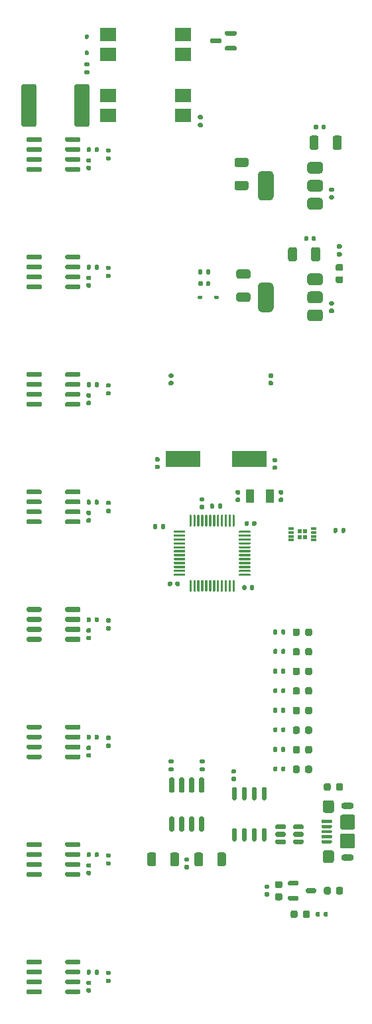
<source format=gtp>
G04 #@! TF.GenerationSoftware,KiCad,Pcbnew,8.0.8+1*
G04 #@! TF.CreationDate,2025-02-28T15:38:13+00:00*
G04 #@! TF.ProjectId,belegt,62656c65-6774-42e6-9b69-6361645f7063,rev?*
G04 #@! TF.SameCoordinates,Original*
G04 #@! TF.FileFunction,Paste,Top*
G04 #@! TF.FilePolarity,Positive*
%FSLAX46Y46*%
G04 Gerber Fmt 4.6, Leading zero omitted, Abs format (unit mm)*
G04 Created by KiCad (PCBNEW 8.0.8+1) date 2025-02-28 15:38:13*
%MOMM*%
%LPD*%
G01*
G04 APERTURE LIST*
%ADD10R,1.000000X1.800000*%
%ADD11R,2.000000X1.780000*%
%ADD12O,1.600000X0.900000*%
%ADD13R,4.500000X2.000000*%
%ADD14R,0.500000X0.600000*%
%ADD15R,0.750000X0.300000*%
G04 APERTURE END LIST*
G36*
G01*
X125390000Y-102282500D02*
X125390000Y-101942500D01*
G75*
G02*
X125530000Y-101802500I140000J0D01*
G01*
X125810000Y-101802500D01*
G75*
G02*
X125950000Y-101942500I0J-140000D01*
G01*
X125950000Y-102282500D01*
G75*
G02*
X125810000Y-102422500I-140000J0D01*
G01*
X125530000Y-102422500D01*
G75*
G02*
X125390000Y-102282500I0J140000D01*
G01*
G37*
G36*
G01*
X126350000Y-102282500D02*
X126350000Y-101942500D01*
G75*
G02*
X126490000Y-101802500I140000J0D01*
G01*
X126770000Y-101802500D01*
G75*
G02*
X126910000Y-101942500I0J-140000D01*
G01*
X126910000Y-102282500D01*
G75*
G02*
X126770000Y-102422500I-140000J0D01*
G01*
X126490000Y-102422500D01*
G75*
G02*
X126350000Y-102282500I0J140000D01*
G01*
G37*
G36*
G01*
X124170000Y-135010000D02*
X123830000Y-135010000D01*
G75*
G02*
X123690000Y-134870000I0J140000D01*
G01*
X123690000Y-134590000D01*
G75*
G02*
X123830000Y-134450000I140000J0D01*
G01*
X124170000Y-134450000D01*
G75*
G02*
X124310000Y-134590000I0J-140000D01*
G01*
X124310000Y-134870000D01*
G75*
G02*
X124170000Y-135010000I-140000J0D01*
G01*
G37*
G36*
G01*
X124170000Y-134050000D02*
X123830000Y-134050000D01*
G75*
G02*
X123690000Y-133910000I0J140000D01*
G01*
X123690000Y-133630000D01*
G75*
G02*
X123830000Y-133490000I140000J0D01*
G01*
X124170000Y-133490000D01*
G75*
G02*
X124310000Y-133630000I0J-140000D01*
G01*
X124310000Y-133910000D01*
G75*
G02*
X124170000Y-134050000I-140000J0D01*
G01*
G37*
G36*
G01*
X97550000Y-158245000D02*
X97550000Y-157945000D01*
G75*
G02*
X97700000Y-157795000I150000J0D01*
G01*
X99350000Y-157795000D01*
G75*
G02*
X99500000Y-157945000I0J-150000D01*
G01*
X99500000Y-158245000D01*
G75*
G02*
X99350000Y-158395000I-150000J0D01*
G01*
X97700000Y-158395000D01*
G75*
G02*
X97550000Y-158245000I0J150000D01*
G01*
G37*
G36*
G01*
X97550000Y-159515000D02*
X97550000Y-159215000D01*
G75*
G02*
X97700000Y-159065000I150000J0D01*
G01*
X99350000Y-159065000D01*
G75*
G02*
X99500000Y-159215000I0J-150000D01*
G01*
X99500000Y-159515000D01*
G75*
G02*
X99350000Y-159665000I-150000J0D01*
G01*
X97700000Y-159665000D01*
G75*
G02*
X97550000Y-159515000I0J150000D01*
G01*
G37*
G36*
G01*
X97550000Y-160785000D02*
X97550000Y-160485000D01*
G75*
G02*
X97700000Y-160335000I150000J0D01*
G01*
X99350000Y-160335000D01*
G75*
G02*
X99500000Y-160485000I0J-150000D01*
G01*
X99500000Y-160785000D01*
G75*
G02*
X99350000Y-160935000I-150000J0D01*
G01*
X97700000Y-160935000D01*
G75*
G02*
X97550000Y-160785000I0J150000D01*
G01*
G37*
G36*
G01*
X97550000Y-162055000D02*
X97550000Y-161755000D01*
G75*
G02*
X97700000Y-161605000I150000J0D01*
G01*
X99350000Y-161605000D01*
G75*
G02*
X99500000Y-161755000I0J-150000D01*
G01*
X99500000Y-162055000D01*
G75*
G02*
X99350000Y-162205000I-150000J0D01*
G01*
X97700000Y-162205000D01*
G75*
G02*
X97550000Y-162055000I0J150000D01*
G01*
G37*
G36*
G01*
X102500000Y-162055000D02*
X102500000Y-161755000D01*
G75*
G02*
X102650000Y-161605000I150000J0D01*
G01*
X104300000Y-161605000D01*
G75*
G02*
X104450000Y-161755000I0J-150000D01*
G01*
X104450000Y-162055000D01*
G75*
G02*
X104300000Y-162205000I-150000J0D01*
G01*
X102650000Y-162205000D01*
G75*
G02*
X102500000Y-162055000I0J150000D01*
G01*
G37*
G36*
G01*
X102500000Y-160785000D02*
X102500000Y-160485000D01*
G75*
G02*
X102650000Y-160335000I150000J0D01*
G01*
X104300000Y-160335000D01*
G75*
G02*
X104450000Y-160485000I0J-150000D01*
G01*
X104450000Y-160785000D01*
G75*
G02*
X104300000Y-160935000I-150000J0D01*
G01*
X102650000Y-160935000D01*
G75*
G02*
X102500000Y-160785000I0J150000D01*
G01*
G37*
G36*
G01*
X102500000Y-159515000D02*
X102500000Y-159215000D01*
G75*
G02*
X102650000Y-159065000I150000J0D01*
G01*
X104300000Y-159065000D01*
G75*
G02*
X104450000Y-159215000I0J-150000D01*
G01*
X104450000Y-159515000D01*
G75*
G02*
X104300000Y-159665000I-150000J0D01*
G01*
X102650000Y-159665000D01*
G75*
G02*
X102500000Y-159515000I0J150000D01*
G01*
G37*
G36*
G01*
X102500000Y-158245000D02*
X102500000Y-157945000D01*
G75*
G02*
X102650000Y-157795000I150000J0D01*
G01*
X104300000Y-157795000D01*
G75*
G02*
X104450000Y-157945000I0J-150000D01*
G01*
X104450000Y-158245000D01*
G75*
G02*
X104300000Y-158395000I-150000J0D01*
G01*
X102650000Y-158395000D01*
G75*
G02*
X102500000Y-158245000I0J150000D01*
G01*
G37*
G36*
G01*
X125090000Y-110482500D02*
X125090000Y-110142500D01*
G75*
G02*
X125230000Y-110002500I140000J0D01*
G01*
X125510000Y-110002500D01*
G75*
G02*
X125650000Y-110142500I0J-140000D01*
G01*
X125650000Y-110482500D01*
G75*
G02*
X125510000Y-110622500I-140000J0D01*
G01*
X125230000Y-110622500D01*
G75*
G02*
X125090000Y-110482500I0J140000D01*
G01*
G37*
G36*
G01*
X126050000Y-110482500D02*
X126050000Y-110142500D01*
G75*
G02*
X126190000Y-110002500I140000J0D01*
G01*
X126470000Y-110002500D01*
G75*
G02*
X126610000Y-110142500I0J-140000D01*
G01*
X126610000Y-110482500D01*
G75*
G02*
X126470000Y-110622500I-140000J0D01*
G01*
X126190000Y-110622500D01*
G75*
G02*
X126050000Y-110482500I0J140000D01*
G01*
G37*
G36*
G01*
X130605000Y-130770000D02*
X130605000Y-131140000D01*
G75*
G02*
X130470000Y-131275000I-135000J0D01*
G01*
X130200000Y-131275000D01*
G75*
G02*
X130065000Y-131140000I0J135000D01*
G01*
X130065000Y-130770000D01*
G75*
G02*
X130200000Y-130635000I135000J0D01*
G01*
X130470000Y-130635000D01*
G75*
G02*
X130605000Y-130770000I0J-135000D01*
G01*
G37*
G36*
G01*
X129585000Y-130770000D02*
X129585000Y-131140000D01*
G75*
G02*
X129450000Y-131275000I-135000J0D01*
G01*
X129180000Y-131275000D01*
G75*
G02*
X129045000Y-131140000I0J135000D01*
G01*
X129045000Y-130770000D01*
G75*
G02*
X129180000Y-130635000I135000J0D01*
G01*
X129450000Y-130635000D01*
G75*
G02*
X129585000Y-130770000I0J-135000D01*
G01*
G37*
G36*
G01*
X124245000Y-142700000D02*
X123945000Y-142700000D01*
G75*
G02*
X123795000Y-142550000I0J150000D01*
G01*
X123795000Y-141200000D01*
G75*
G02*
X123945000Y-141050000I150000J0D01*
G01*
X124245000Y-141050000D01*
G75*
G02*
X124395000Y-141200000I0J-150000D01*
G01*
X124395000Y-142550000D01*
G75*
G02*
X124245000Y-142700000I-150000J0D01*
G01*
G37*
G36*
G01*
X125515000Y-142700000D02*
X125215000Y-142700000D01*
G75*
G02*
X125065000Y-142550000I0J150000D01*
G01*
X125065000Y-141200000D01*
G75*
G02*
X125215000Y-141050000I150000J0D01*
G01*
X125515000Y-141050000D01*
G75*
G02*
X125665000Y-141200000I0J-150000D01*
G01*
X125665000Y-142550000D01*
G75*
G02*
X125515000Y-142700000I-150000J0D01*
G01*
G37*
G36*
G01*
X126785000Y-142700000D02*
X126485000Y-142700000D01*
G75*
G02*
X126335000Y-142550000I0J150000D01*
G01*
X126335000Y-141200000D01*
G75*
G02*
X126485000Y-141050000I150000J0D01*
G01*
X126785000Y-141050000D01*
G75*
G02*
X126935000Y-141200000I0J-150000D01*
G01*
X126935000Y-142550000D01*
G75*
G02*
X126785000Y-142700000I-150000J0D01*
G01*
G37*
G36*
G01*
X128055000Y-142700000D02*
X127755000Y-142700000D01*
G75*
G02*
X127605000Y-142550000I0J150000D01*
G01*
X127605000Y-141200000D01*
G75*
G02*
X127755000Y-141050000I150000J0D01*
G01*
X128055000Y-141050000D01*
G75*
G02*
X128205000Y-141200000I0J-150000D01*
G01*
X128205000Y-142550000D01*
G75*
G02*
X128055000Y-142700000I-150000J0D01*
G01*
G37*
G36*
G01*
X128055000Y-137450000D02*
X127755000Y-137450000D01*
G75*
G02*
X127605000Y-137300000I0J150000D01*
G01*
X127605000Y-135950000D01*
G75*
G02*
X127755000Y-135800000I150000J0D01*
G01*
X128055000Y-135800000D01*
G75*
G02*
X128205000Y-135950000I0J-150000D01*
G01*
X128205000Y-137300000D01*
G75*
G02*
X128055000Y-137450000I-150000J0D01*
G01*
G37*
G36*
G01*
X126785000Y-137450000D02*
X126485000Y-137450000D01*
G75*
G02*
X126335000Y-137300000I0J150000D01*
G01*
X126335000Y-135950000D01*
G75*
G02*
X126485000Y-135800000I150000J0D01*
G01*
X126785000Y-135800000D01*
G75*
G02*
X126935000Y-135950000I0J-150000D01*
G01*
X126935000Y-137300000D01*
G75*
G02*
X126785000Y-137450000I-150000J0D01*
G01*
G37*
G36*
G01*
X125515000Y-137450000D02*
X125215000Y-137450000D01*
G75*
G02*
X125065000Y-137300000I0J150000D01*
G01*
X125065000Y-135950000D01*
G75*
G02*
X125215000Y-135800000I150000J0D01*
G01*
X125515000Y-135800000D01*
G75*
G02*
X125665000Y-135950000I0J-150000D01*
G01*
X125665000Y-137300000D01*
G75*
G02*
X125515000Y-137450000I-150000J0D01*
G01*
G37*
G36*
G01*
X124245000Y-137450000D02*
X123945000Y-137450000D01*
G75*
G02*
X123795000Y-137300000I0J150000D01*
G01*
X123795000Y-135950000D01*
G75*
G02*
X123945000Y-135800000I150000J0D01*
G01*
X124245000Y-135800000D01*
G75*
G02*
X124395000Y-135950000I0J-150000D01*
G01*
X124395000Y-137300000D01*
G75*
G02*
X124245000Y-137450000I-150000J0D01*
G01*
G37*
G36*
G01*
X119400000Y-73362500D02*
X119400000Y-73137500D01*
G75*
G02*
X119512500Y-73025000I112500J0D01*
G01*
X119887500Y-73025000D01*
G75*
G02*
X120000000Y-73137500I0J-112500D01*
G01*
X120000000Y-73362500D01*
G75*
G02*
X119887500Y-73475000I-112500J0D01*
G01*
X119512500Y-73475000D01*
G75*
G02*
X119400000Y-73362500I0J112500D01*
G01*
G37*
G36*
G01*
X121500000Y-73362500D02*
X121500000Y-73137500D01*
G75*
G02*
X121612500Y-73025000I112500J0D01*
G01*
X121987500Y-73025000D01*
G75*
G02*
X122100000Y-73137500I0J-112500D01*
G01*
X122100000Y-73362500D01*
G75*
G02*
X121987500Y-73475000I-112500J0D01*
G01*
X121612500Y-73475000D01*
G75*
G02*
X121500000Y-73362500I0J112500D01*
G01*
G37*
G36*
G01*
X105220000Y-54585000D02*
X105220000Y-54215000D01*
G75*
G02*
X105355000Y-54080000I135000J0D01*
G01*
X105625000Y-54080000D01*
G75*
G02*
X105760000Y-54215000I0J-135000D01*
G01*
X105760000Y-54585000D01*
G75*
G02*
X105625000Y-54720000I-135000J0D01*
G01*
X105355000Y-54720000D01*
G75*
G02*
X105220000Y-54585000I0J135000D01*
G01*
G37*
G36*
G01*
X106240000Y-54585000D02*
X106240000Y-54215000D01*
G75*
G02*
X106375000Y-54080000I135000J0D01*
G01*
X106645000Y-54080000D01*
G75*
G02*
X106780000Y-54215000I0J-135000D01*
G01*
X106780000Y-54585000D01*
G75*
G02*
X106645000Y-54720000I-135000J0D01*
G01*
X106375000Y-54720000D01*
G75*
G02*
X106240000Y-54585000I0J135000D01*
G01*
G37*
G36*
G01*
X105220000Y-159585000D02*
X105220000Y-159215000D01*
G75*
G02*
X105355000Y-159080000I135000J0D01*
G01*
X105625000Y-159080000D01*
G75*
G02*
X105760000Y-159215000I0J-135000D01*
G01*
X105760000Y-159585000D01*
G75*
G02*
X105625000Y-159720000I-135000J0D01*
G01*
X105355000Y-159720000D01*
G75*
G02*
X105220000Y-159585000I0J135000D01*
G01*
G37*
G36*
G01*
X106240000Y-159585000D02*
X106240000Y-159215000D01*
G75*
G02*
X106375000Y-159080000I135000J0D01*
G01*
X106645000Y-159080000D01*
G75*
G02*
X106780000Y-159215000I0J-135000D01*
G01*
X106780000Y-159585000D01*
G75*
G02*
X106645000Y-159720000I-135000J0D01*
G01*
X106375000Y-159720000D01*
G75*
G02*
X106240000Y-159585000I0J135000D01*
G01*
G37*
G36*
G01*
X97550000Y-83245000D02*
X97550000Y-82945000D01*
G75*
G02*
X97700000Y-82795000I150000J0D01*
G01*
X99350000Y-82795000D01*
G75*
G02*
X99500000Y-82945000I0J-150000D01*
G01*
X99500000Y-83245000D01*
G75*
G02*
X99350000Y-83395000I-150000J0D01*
G01*
X97700000Y-83395000D01*
G75*
G02*
X97550000Y-83245000I0J150000D01*
G01*
G37*
G36*
G01*
X97550000Y-84515000D02*
X97550000Y-84215000D01*
G75*
G02*
X97700000Y-84065000I150000J0D01*
G01*
X99350000Y-84065000D01*
G75*
G02*
X99500000Y-84215000I0J-150000D01*
G01*
X99500000Y-84515000D01*
G75*
G02*
X99350000Y-84665000I-150000J0D01*
G01*
X97700000Y-84665000D01*
G75*
G02*
X97550000Y-84515000I0J150000D01*
G01*
G37*
G36*
G01*
X97550000Y-85785000D02*
X97550000Y-85485000D01*
G75*
G02*
X97700000Y-85335000I150000J0D01*
G01*
X99350000Y-85335000D01*
G75*
G02*
X99500000Y-85485000I0J-150000D01*
G01*
X99500000Y-85785000D01*
G75*
G02*
X99350000Y-85935000I-150000J0D01*
G01*
X97700000Y-85935000D01*
G75*
G02*
X97550000Y-85785000I0J150000D01*
G01*
G37*
G36*
G01*
X97550000Y-87055000D02*
X97550000Y-86755000D01*
G75*
G02*
X97700000Y-86605000I150000J0D01*
G01*
X99350000Y-86605000D01*
G75*
G02*
X99500000Y-86755000I0J-150000D01*
G01*
X99500000Y-87055000D01*
G75*
G02*
X99350000Y-87205000I-150000J0D01*
G01*
X97700000Y-87205000D01*
G75*
G02*
X97550000Y-87055000I0J150000D01*
G01*
G37*
G36*
G01*
X102500000Y-87055000D02*
X102500000Y-86755000D01*
G75*
G02*
X102650000Y-86605000I150000J0D01*
G01*
X104300000Y-86605000D01*
G75*
G02*
X104450000Y-86755000I0J-150000D01*
G01*
X104450000Y-87055000D01*
G75*
G02*
X104300000Y-87205000I-150000J0D01*
G01*
X102650000Y-87205000D01*
G75*
G02*
X102500000Y-87055000I0J150000D01*
G01*
G37*
G36*
G01*
X102500000Y-85785000D02*
X102500000Y-85485000D01*
G75*
G02*
X102650000Y-85335000I150000J0D01*
G01*
X104300000Y-85335000D01*
G75*
G02*
X104450000Y-85485000I0J-150000D01*
G01*
X104450000Y-85785000D01*
G75*
G02*
X104300000Y-85935000I-150000J0D01*
G01*
X102650000Y-85935000D01*
G75*
G02*
X102500000Y-85785000I0J150000D01*
G01*
G37*
G36*
G01*
X102500000Y-84515000D02*
X102500000Y-84215000D01*
G75*
G02*
X102650000Y-84065000I150000J0D01*
G01*
X104300000Y-84065000D01*
G75*
G02*
X104450000Y-84215000I0J-150000D01*
G01*
X104450000Y-84515000D01*
G75*
G02*
X104300000Y-84665000I-150000J0D01*
G01*
X102650000Y-84665000D01*
G75*
G02*
X102500000Y-84515000I0J150000D01*
G01*
G37*
G36*
G01*
X102500000Y-83245000D02*
X102500000Y-82945000D01*
G75*
G02*
X102650000Y-82795000I150000J0D01*
G01*
X104300000Y-82795000D01*
G75*
G02*
X104450000Y-82945000I0J-150000D01*
G01*
X104450000Y-83245000D01*
G75*
G02*
X104300000Y-83395000I-150000J0D01*
G01*
X102650000Y-83395000D01*
G75*
G02*
X102500000Y-83245000I0J150000D01*
G01*
G37*
G36*
G01*
X137243750Y-68987500D02*
X137756250Y-68987500D01*
G75*
G02*
X137975000Y-69206250I0J-218750D01*
G01*
X137975000Y-69643750D01*
G75*
G02*
X137756250Y-69862500I-218750J0D01*
G01*
X137243750Y-69862500D01*
G75*
G02*
X137025000Y-69643750I0J218750D01*
G01*
X137025000Y-69206250D01*
G75*
G02*
X137243750Y-68987500I218750J0D01*
G01*
G37*
G36*
G01*
X137243750Y-70562500D02*
X137756250Y-70562500D01*
G75*
G02*
X137975000Y-70781250I0J-218750D01*
G01*
X137975000Y-71218750D01*
G75*
G02*
X137756250Y-71437500I-218750J0D01*
G01*
X137243750Y-71437500D01*
G75*
G02*
X137025000Y-71218750I0J218750D01*
G01*
X137025000Y-70781250D01*
G75*
G02*
X137243750Y-70562500I218750J0D01*
G01*
G37*
D10*
X126100000Y-98612500D03*
X128600000Y-98612500D03*
G36*
G01*
X105330000Y-130490000D02*
X105670000Y-130490000D01*
G75*
G02*
X105810000Y-130630000I0J-140000D01*
G01*
X105810000Y-130910000D01*
G75*
G02*
X105670000Y-131050000I-140000J0D01*
G01*
X105330000Y-131050000D01*
G75*
G02*
X105190000Y-130910000I0J140000D01*
G01*
X105190000Y-130630000D01*
G75*
G02*
X105330000Y-130490000I140000J0D01*
G01*
G37*
G36*
G01*
X105330000Y-131450000D02*
X105670000Y-131450000D01*
G75*
G02*
X105810000Y-131590000I0J-140000D01*
G01*
X105810000Y-131870000D01*
G75*
G02*
X105670000Y-132010000I-140000J0D01*
G01*
X105330000Y-132010000D01*
G75*
G02*
X105190000Y-131870000I0J140000D01*
G01*
X105190000Y-131590000D01*
G75*
G02*
X105330000Y-131450000I140000J0D01*
G01*
G37*
G36*
G01*
X130605000Y-133270000D02*
X130605000Y-133640000D01*
G75*
G02*
X130470000Y-133775000I-135000J0D01*
G01*
X130200000Y-133775000D01*
G75*
G02*
X130065000Y-133640000I0J135000D01*
G01*
X130065000Y-133270000D01*
G75*
G02*
X130200000Y-133135000I135000J0D01*
G01*
X130470000Y-133135000D01*
G75*
G02*
X130605000Y-133270000I0J-135000D01*
G01*
G37*
G36*
G01*
X129585000Y-133270000D02*
X129585000Y-133640000D01*
G75*
G02*
X129450000Y-133775000I-135000J0D01*
G01*
X129180000Y-133775000D01*
G75*
G02*
X129045000Y-133640000I0J135000D01*
G01*
X129045000Y-133270000D01*
G75*
G02*
X129180000Y-133135000I135000J0D01*
G01*
X129450000Y-133135000D01*
G75*
G02*
X129585000Y-133270000I0J-135000D01*
G01*
G37*
G36*
G01*
X131562500Y-131256250D02*
X131562500Y-130743750D01*
G75*
G02*
X131781250Y-130525000I218750J0D01*
G01*
X132218750Y-130525000D01*
G75*
G02*
X132437500Y-130743750I0J-218750D01*
G01*
X132437500Y-131256250D01*
G75*
G02*
X132218750Y-131475000I-218750J0D01*
G01*
X131781250Y-131475000D01*
G75*
G02*
X131562500Y-131256250I0J218750D01*
G01*
G37*
G36*
G01*
X133137500Y-131256250D02*
X133137500Y-130743750D01*
G75*
G02*
X133356250Y-130525000I218750J0D01*
G01*
X133793750Y-130525000D01*
G75*
G02*
X134012500Y-130743750I0J-218750D01*
G01*
X134012500Y-131256250D01*
G75*
G02*
X133793750Y-131475000I-218750J0D01*
G01*
X133356250Y-131475000D01*
G75*
G02*
X133137500Y-131256250I0J218750D01*
G01*
G37*
G36*
G01*
X125650000Y-59550000D02*
X124350000Y-59550000D01*
G75*
G02*
X124100000Y-59300000I0J250000D01*
G01*
X124100000Y-58650000D01*
G75*
G02*
X124350000Y-58400000I250000J0D01*
G01*
X125650000Y-58400000D01*
G75*
G02*
X125900000Y-58650000I0J-250000D01*
G01*
X125900000Y-59300000D01*
G75*
G02*
X125650000Y-59550000I-250000J0D01*
G01*
G37*
G36*
G01*
X125650000Y-56600000D02*
X124350000Y-56600000D01*
G75*
G02*
X124100000Y-56350000I0J250000D01*
G01*
X124100000Y-55700000D01*
G75*
G02*
X124350000Y-55450000I250000J0D01*
G01*
X125650000Y-55450000D01*
G75*
G02*
X125900000Y-55700000I0J-250000D01*
G01*
X125900000Y-56350000D01*
G75*
G02*
X125650000Y-56600000I-250000J0D01*
G01*
G37*
G36*
G01*
X130605000Y-115770000D02*
X130605000Y-116140000D01*
G75*
G02*
X130470000Y-116275000I-135000J0D01*
G01*
X130200000Y-116275000D01*
G75*
G02*
X130065000Y-116140000I0J135000D01*
G01*
X130065000Y-115770000D01*
G75*
G02*
X130200000Y-115635000I135000J0D01*
G01*
X130470000Y-115635000D01*
G75*
G02*
X130605000Y-115770000I0J-135000D01*
G01*
G37*
G36*
G01*
X129585000Y-115770000D02*
X129585000Y-116140000D01*
G75*
G02*
X129450000Y-116275000I-135000J0D01*
G01*
X129180000Y-116275000D01*
G75*
G02*
X129045000Y-116140000I0J135000D01*
G01*
X129045000Y-115770000D01*
G75*
G02*
X129180000Y-115635000I135000J0D01*
G01*
X129450000Y-115635000D01*
G75*
G02*
X129585000Y-115770000I0J-135000D01*
G01*
G37*
G36*
G01*
X105330000Y-70490000D02*
X105670000Y-70490000D01*
G75*
G02*
X105810000Y-70630000I0J-140000D01*
G01*
X105810000Y-70910000D01*
G75*
G02*
X105670000Y-71050000I-140000J0D01*
G01*
X105330000Y-71050000D01*
G75*
G02*
X105190000Y-70910000I0J140000D01*
G01*
X105190000Y-70630000D01*
G75*
G02*
X105330000Y-70490000I140000J0D01*
G01*
G37*
G36*
G01*
X105330000Y-71450000D02*
X105670000Y-71450000D01*
G75*
G02*
X105810000Y-71590000I0J-140000D01*
G01*
X105810000Y-71870000D01*
G75*
G02*
X105670000Y-72010000I-140000J0D01*
G01*
X105330000Y-72010000D01*
G75*
G02*
X105190000Y-71870000I0J140000D01*
G01*
X105190000Y-71590000D01*
G75*
G02*
X105330000Y-71450000I140000J0D01*
G01*
G37*
G36*
G01*
X128420000Y-149740000D02*
X128080000Y-149740000D01*
G75*
G02*
X127940000Y-149600000I0J140000D01*
G01*
X127940000Y-149320000D01*
G75*
G02*
X128080000Y-149180000I140000J0D01*
G01*
X128420000Y-149180000D01*
G75*
G02*
X128560000Y-149320000I0J-140000D01*
G01*
X128560000Y-149600000D01*
G75*
G02*
X128420000Y-149740000I-140000J0D01*
G01*
G37*
G36*
G01*
X128420000Y-148780000D02*
X128080000Y-148780000D01*
G75*
G02*
X127940000Y-148640000I0J140000D01*
G01*
X127940000Y-148360000D01*
G75*
G02*
X128080000Y-148220000I140000J0D01*
G01*
X128420000Y-148220000D01*
G75*
G02*
X128560000Y-148360000I0J-140000D01*
G01*
X128560000Y-148640000D01*
G75*
G02*
X128420000Y-148780000I-140000J0D01*
G01*
G37*
G36*
G01*
X105330000Y-85490000D02*
X105670000Y-85490000D01*
G75*
G02*
X105810000Y-85630000I0J-140000D01*
G01*
X105810000Y-85910000D01*
G75*
G02*
X105670000Y-86050000I-140000J0D01*
G01*
X105330000Y-86050000D01*
G75*
G02*
X105190000Y-85910000I0J140000D01*
G01*
X105190000Y-85630000D01*
G75*
G02*
X105330000Y-85490000I140000J0D01*
G01*
G37*
G36*
G01*
X105330000Y-86450000D02*
X105670000Y-86450000D01*
G75*
G02*
X105810000Y-86590000I0J-140000D01*
G01*
X105810000Y-86870000D01*
G75*
G02*
X105670000Y-87010000I-140000J0D01*
G01*
X105330000Y-87010000D01*
G75*
G02*
X105190000Y-86870000I0J140000D01*
G01*
X105190000Y-86590000D01*
G75*
G02*
X105330000Y-86450000I140000J0D01*
G01*
G37*
G36*
G01*
X134240000Y-51670000D02*
X134240000Y-51330000D01*
G75*
G02*
X134380000Y-51190000I140000J0D01*
G01*
X134660000Y-51190000D01*
G75*
G02*
X134800000Y-51330000I0J-140000D01*
G01*
X134800000Y-51670000D01*
G75*
G02*
X134660000Y-51810000I-140000J0D01*
G01*
X134380000Y-51810000D01*
G75*
G02*
X134240000Y-51670000I0J140000D01*
G01*
G37*
G36*
G01*
X135200000Y-51670000D02*
X135200000Y-51330000D01*
G75*
G02*
X135340000Y-51190000I140000J0D01*
G01*
X135620000Y-51190000D01*
G75*
G02*
X135760000Y-51330000I0J-140000D01*
G01*
X135760000Y-51670000D01*
G75*
G02*
X135620000Y-51810000I-140000J0D01*
G01*
X135340000Y-51810000D01*
G75*
G02*
X135200000Y-51670000I0J140000D01*
G01*
G37*
G36*
G01*
X105137500Y-39650000D02*
X105362500Y-39650000D01*
G75*
G02*
X105475000Y-39762500I0J-112500D01*
G01*
X105475000Y-40137500D01*
G75*
G02*
X105362500Y-40250000I-112500J0D01*
G01*
X105137500Y-40250000D01*
G75*
G02*
X105025000Y-40137500I0J112500D01*
G01*
X105025000Y-39762500D01*
G75*
G02*
X105137500Y-39650000I112500J0D01*
G01*
G37*
G36*
G01*
X105137500Y-41750000D02*
X105362500Y-41750000D01*
G75*
G02*
X105475000Y-41862500I0J-112500D01*
G01*
X105475000Y-42237500D01*
G75*
G02*
X105362500Y-42350000I-112500J0D01*
G01*
X105137500Y-42350000D01*
G75*
G02*
X105025000Y-42237500I0J112500D01*
G01*
X105025000Y-41862500D01*
G75*
G02*
X105137500Y-41750000I112500J0D01*
G01*
G37*
G36*
G01*
X96900000Y-51225000D02*
X96900000Y-46275000D01*
G75*
G02*
X97150000Y-46025000I250000J0D01*
G01*
X98575000Y-46025000D01*
G75*
G02*
X98825000Y-46275000I0J-250000D01*
G01*
X98825000Y-51225000D01*
G75*
G02*
X98575000Y-51475000I-250000J0D01*
G01*
X97150000Y-51475000D01*
G75*
G02*
X96900000Y-51225000I0J250000D01*
G01*
G37*
G36*
G01*
X103675000Y-51225000D02*
X103675000Y-46275000D01*
G75*
G02*
X103925000Y-46025000I250000J0D01*
G01*
X105350000Y-46025000D01*
G75*
G02*
X105600000Y-46275000I0J-250000D01*
G01*
X105600000Y-51225000D01*
G75*
G02*
X105350000Y-51475000I-250000J0D01*
G01*
X103925000Y-51475000D01*
G75*
G02*
X103675000Y-51225000I0J250000D01*
G01*
G37*
G36*
G01*
X124362500Y-41300000D02*
X124362500Y-41600000D01*
G75*
G02*
X124212500Y-41750000I-150000J0D01*
G01*
X123037500Y-41750000D01*
G75*
G02*
X122887500Y-41600000I0J150000D01*
G01*
X122887500Y-41300000D01*
G75*
G02*
X123037500Y-41150000I150000J0D01*
G01*
X124212500Y-41150000D01*
G75*
G02*
X124362500Y-41300000I0J-150000D01*
G01*
G37*
G36*
G01*
X124362500Y-39400000D02*
X124362500Y-39700000D01*
G75*
G02*
X124212500Y-39850000I-150000J0D01*
G01*
X123037500Y-39850000D01*
G75*
G02*
X122887500Y-39700000I0J150000D01*
G01*
X122887500Y-39400000D01*
G75*
G02*
X123037500Y-39250000I150000J0D01*
G01*
X124212500Y-39250000D01*
G75*
G02*
X124362500Y-39400000I0J-150000D01*
G01*
G37*
G36*
G01*
X122487500Y-40350000D02*
X122487500Y-40650000D01*
G75*
G02*
X122337500Y-40800000I-150000J0D01*
G01*
X121162500Y-40800000D01*
G75*
G02*
X121012500Y-40650000I0J150000D01*
G01*
X121012500Y-40350000D01*
G75*
G02*
X121162500Y-40200000I150000J0D01*
G01*
X122337500Y-40200000D01*
G75*
G02*
X122487500Y-40350000I0J-150000D01*
G01*
G37*
G36*
G01*
X135050000Y-67100000D02*
X135050000Y-68400000D01*
G75*
G02*
X134800000Y-68650000I-250000J0D01*
G01*
X134150000Y-68650000D01*
G75*
G02*
X133900000Y-68400000I0J250000D01*
G01*
X133900000Y-67100000D01*
G75*
G02*
X134150000Y-66850000I250000J0D01*
G01*
X134800000Y-66850000D01*
G75*
G02*
X135050000Y-67100000I0J-250000D01*
G01*
G37*
G36*
G01*
X132100000Y-67100000D02*
X132100000Y-68400000D01*
G75*
G02*
X131850000Y-68650000I-250000J0D01*
G01*
X131200000Y-68650000D01*
G75*
G02*
X130950000Y-68400000I0J250000D01*
G01*
X130950000Y-67100000D01*
G75*
G02*
X131200000Y-66850000I250000J0D01*
G01*
X131850000Y-66850000D01*
G75*
G02*
X132100000Y-67100000I0J-250000D01*
G01*
G37*
G36*
G01*
X131562500Y-121256250D02*
X131562500Y-120743750D01*
G75*
G02*
X131781250Y-120525000I218750J0D01*
G01*
X132218750Y-120525000D01*
G75*
G02*
X132437500Y-120743750I0J-218750D01*
G01*
X132437500Y-121256250D01*
G75*
G02*
X132218750Y-121475000I-218750J0D01*
G01*
X131781250Y-121475000D01*
G75*
G02*
X131562500Y-121256250I0J218750D01*
G01*
G37*
G36*
G01*
X133137500Y-121256250D02*
X133137500Y-120743750D01*
G75*
G02*
X133356250Y-120525000I218750J0D01*
G01*
X133793750Y-120525000D01*
G75*
G02*
X134012500Y-120743750I0J-218750D01*
G01*
X134012500Y-121256250D01*
G75*
G02*
X133793750Y-121475000I-218750J0D01*
G01*
X133356250Y-121475000D01*
G75*
G02*
X133137500Y-121256250I0J218750D01*
G01*
G37*
D11*
X107985000Y-39730000D03*
X107985000Y-42270000D03*
X117515000Y-42270000D03*
X117515000Y-39730000D03*
G36*
G01*
X105220000Y-69585000D02*
X105220000Y-69215000D01*
G75*
G02*
X105355000Y-69080000I135000J0D01*
G01*
X105625000Y-69080000D01*
G75*
G02*
X105760000Y-69215000I0J-135000D01*
G01*
X105760000Y-69585000D01*
G75*
G02*
X105625000Y-69720000I-135000J0D01*
G01*
X105355000Y-69720000D01*
G75*
G02*
X105220000Y-69585000I0J135000D01*
G01*
G37*
G36*
G01*
X106240000Y-69585000D02*
X106240000Y-69215000D01*
G75*
G02*
X106375000Y-69080000I135000J0D01*
G01*
X106645000Y-69080000D01*
G75*
G02*
X106780000Y-69215000I0J-135000D01*
G01*
X106780000Y-69585000D01*
G75*
G02*
X106645000Y-69720000I-135000J0D01*
G01*
X106375000Y-69720000D01*
G75*
G02*
X106240000Y-69585000I0J135000D01*
G01*
G37*
G36*
G01*
X97550000Y-68245000D02*
X97550000Y-67945000D01*
G75*
G02*
X97700000Y-67795000I150000J0D01*
G01*
X99350000Y-67795000D01*
G75*
G02*
X99500000Y-67945000I0J-150000D01*
G01*
X99500000Y-68245000D01*
G75*
G02*
X99350000Y-68395000I-150000J0D01*
G01*
X97700000Y-68395000D01*
G75*
G02*
X97550000Y-68245000I0J150000D01*
G01*
G37*
G36*
G01*
X97550000Y-69515000D02*
X97550000Y-69215000D01*
G75*
G02*
X97700000Y-69065000I150000J0D01*
G01*
X99350000Y-69065000D01*
G75*
G02*
X99500000Y-69215000I0J-150000D01*
G01*
X99500000Y-69515000D01*
G75*
G02*
X99350000Y-69665000I-150000J0D01*
G01*
X97700000Y-69665000D01*
G75*
G02*
X97550000Y-69515000I0J150000D01*
G01*
G37*
G36*
G01*
X97550000Y-70785000D02*
X97550000Y-70485000D01*
G75*
G02*
X97700000Y-70335000I150000J0D01*
G01*
X99350000Y-70335000D01*
G75*
G02*
X99500000Y-70485000I0J-150000D01*
G01*
X99500000Y-70785000D01*
G75*
G02*
X99350000Y-70935000I-150000J0D01*
G01*
X97700000Y-70935000D01*
G75*
G02*
X97550000Y-70785000I0J150000D01*
G01*
G37*
G36*
G01*
X97550000Y-72055000D02*
X97550000Y-71755000D01*
G75*
G02*
X97700000Y-71605000I150000J0D01*
G01*
X99350000Y-71605000D01*
G75*
G02*
X99500000Y-71755000I0J-150000D01*
G01*
X99500000Y-72055000D01*
G75*
G02*
X99350000Y-72205000I-150000J0D01*
G01*
X97700000Y-72205000D01*
G75*
G02*
X97550000Y-72055000I0J150000D01*
G01*
G37*
G36*
G01*
X102500000Y-72055000D02*
X102500000Y-71755000D01*
G75*
G02*
X102650000Y-71605000I150000J0D01*
G01*
X104300000Y-71605000D01*
G75*
G02*
X104450000Y-71755000I0J-150000D01*
G01*
X104450000Y-72055000D01*
G75*
G02*
X104300000Y-72205000I-150000J0D01*
G01*
X102650000Y-72205000D01*
G75*
G02*
X102500000Y-72055000I0J150000D01*
G01*
G37*
G36*
G01*
X102500000Y-70785000D02*
X102500000Y-70485000D01*
G75*
G02*
X102650000Y-70335000I150000J0D01*
G01*
X104300000Y-70335000D01*
G75*
G02*
X104450000Y-70485000I0J-150000D01*
G01*
X104450000Y-70785000D01*
G75*
G02*
X104300000Y-70935000I-150000J0D01*
G01*
X102650000Y-70935000D01*
G75*
G02*
X102500000Y-70785000I0J150000D01*
G01*
G37*
G36*
G01*
X102500000Y-69515000D02*
X102500000Y-69215000D01*
G75*
G02*
X102650000Y-69065000I150000J0D01*
G01*
X104300000Y-69065000D01*
G75*
G02*
X104450000Y-69215000I0J-150000D01*
G01*
X104450000Y-69515000D01*
G75*
G02*
X104300000Y-69665000I-150000J0D01*
G01*
X102650000Y-69665000D01*
G75*
G02*
X102500000Y-69515000I0J150000D01*
G01*
G37*
G36*
G01*
X102500000Y-68245000D02*
X102500000Y-67945000D01*
G75*
G02*
X102650000Y-67795000I150000J0D01*
G01*
X104300000Y-67795000D01*
G75*
G02*
X104450000Y-67945000I0J-150000D01*
G01*
X104450000Y-68245000D01*
G75*
G02*
X104300000Y-68395000I-150000J0D01*
G01*
X102650000Y-68395000D01*
G75*
G02*
X102500000Y-68245000I0J150000D01*
G01*
G37*
G36*
G01*
X130605000Y-123270000D02*
X130605000Y-123640000D01*
G75*
G02*
X130470000Y-123775000I-135000J0D01*
G01*
X130200000Y-123775000D01*
G75*
G02*
X130065000Y-123640000I0J135000D01*
G01*
X130065000Y-123270000D01*
G75*
G02*
X130200000Y-123135000I135000J0D01*
G01*
X130470000Y-123135000D01*
G75*
G02*
X130605000Y-123270000I0J-135000D01*
G01*
G37*
G36*
G01*
X129585000Y-123270000D02*
X129585000Y-123640000D01*
G75*
G02*
X129450000Y-123775000I-135000J0D01*
G01*
X129180000Y-123775000D01*
G75*
G02*
X129045000Y-123640000I0J135000D01*
G01*
X129045000Y-123270000D01*
G75*
G02*
X129180000Y-123135000I135000J0D01*
G01*
X129450000Y-123135000D01*
G75*
G02*
X129585000Y-123270000I0J-135000D01*
G01*
G37*
G36*
G01*
X105330000Y-160490000D02*
X105670000Y-160490000D01*
G75*
G02*
X105810000Y-160630000I0J-140000D01*
G01*
X105810000Y-160910000D01*
G75*
G02*
X105670000Y-161050000I-140000J0D01*
G01*
X105330000Y-161050000D01*
G75*
G02*
X105190000Y-160910000I0J140000D01*
G01*
X105190000Y-160630000D01*
G75*
G02*
X105330000Y-160490000I140000J0D01*
G01*
G37*
G36*
G01*
X105330000Y-161450000D02*
X105670000Y-161450000D01*
G75*
G02*
X105810000Y-161590000I0J-140000D01*
G01*
X105810000Y-161870000D01*
G75*
G02*
X105670000Y-162010000I-140000J0D01*
G01*
X105330000Y-162010000D01*
G75*
G02*
X105190000Y-161870000I0J140000D01*
G01*
X105190000Y-161590000D01*
G75*
G02*
X105330000Y-161450000I140000J0D01*
G01*
G37*
G36*
G01*
X105220000Y-84585000D02*
X105220000Y-84215000D01*
G75*
G02*
X105355000Y-84080000I135000J0D01*
G01*
X105625000Y-84080000D01*
G75*
G02*
X105760000Y-84215000I0J-135000D01*
G01*
X105760000Y-84585000D01*
G75*
G02*
X105625000Y-84720000I-135000J0D01*
G01*
X105355000Y-84720000D01*
G75*
G02*
X105220000Y-84585000I0J135000D01*
G01*
G37*
G36*
G01*
X106240000Y-84585000D02*
X106240000Y-84215000D01*
G75*
G02*
X106375000Y-84080000I135000J0D01*
G01*
X106645000Y-84080000D01*
G75*
G02*
X106780000Y-84215000I0J-135000D01*
G01*
X106780000Y-84585000D01*
G75*
G02*
X106645000Y-84720000I-135000J0D01*
G01*
X106375000Y-84720000D01*
G75*
G02*
X106240000Y-84585000I0J135000D01*
G01*
G37*
G36*
G01*
X130950000Y-148200000D02*
X130950000Y-147900000D01*
G75*
G02*
X131100000Y-147750000I150000J0D01*
G01*
X132125000Y-147750000D01*
G75*
G02*
X132275000Y-147900000I0J-150000D01*
G01*
X132275000Y-148200000D01*
G75*
G02*
X132125000Y-148350000I-150000J0D01*
G01*
X131100000Y-148350000D01*
G75*
G02*
X130950000Y-148200000I0J150000D01*
G01*
G37*
G36*
G01*
X130950000Y-150100000D02*
X130950000Y-149800000D01*
G75*
G02*
X131100000Y-149650000I150000J0D01*
G01*
X132125000Y-149650000D01*
G75*
G02*
X132275000Y-149800000I0J-150000D01*
G01*
X132275000Y-150100000D01*
G75*
G02*
X132125000Y-150250000I-150000J0D01*
G01*
X131100000Y-150250000D01*
G75*
G02*
X130950000Y-150100000I0J150000D01*
G01*
G37*
G36*
G01*
X133225000Y-149150000D02*
X133225000Y-148850000D01*
G75*
G02*
X133375000Y-148700000I150000J0D01*
G01*
X134400000Y-148700000D01*
G75*
G02*
X134550000Y-148850000I0J-150000D01*
G01*
X134550000Y-149150000D01*
G75*
G02*
X134400000Y-149300000I-150000J0D01*
G01*
X133375000Y-149300000D01*
G75*
G02*
X133225000Y-149150000I0J150000D01*
G01*
G37*
G36*
G01*
X136030000Y-151815000D02*
X136030000Y-152185000D01*
G75*
G02*
X135895000Y-152320000I-135000J0D01*
G01*
X135625000Y-152320000D01*
G75*
G02*
X135490000Y-152185000I0J135000D01*
G01*
X135490000Y-151815000D01*
G75*
G02*
X135625000Y-151680000I135000J0D01*
G01*
X135895000Y-151680000D01*
G75*
G02*
X136030000Y-151815000I0J-135000D01*
G01*
G37*
G36*
G01*
X135010000Y-151815000D02*
X135010000Y-152185000D01*
G75*
G02*
X134875000Y-152320000I-135000J0D01*
G01*
X134605000Y-152320000D01*
G75*
G02*
X134470000Y-152185000I0J135000D01*
G01*
X134470000Y-151815000D01*
G75*
G02*
X134605000Y-151680000I135000J0D01*
G01*
X134875000Y-151680000D01*
G75*
G02*
X135010000Y-151815000I0J-135000D01*
G01*
G37*
G36*
G01*
X97550000Y-113245000D02*
X97550000Y-112945000D01*
G75*
G02*
X97700000Y-112795000I150000J0D01*
G01*
X99350000Y-112795000D01*
G75*
G02*
X99500000Y-112945000I0J-150000D01*
G01*
X99500000Y-113245000D01*
G75*
G02*
X99350000Y-113395000I-150000J0D01*
G01*
X97700000Y-113395000D01*
G75*
G02*
X97550000Y-113245000I0J150000D01*
G01*
G37*
G36*
G01*
X97550000Y-114515000D02*
X97550000Y-114215000D01*
G75*
G02*
X97700000Y-114065000I150000J0D01*
G01*
X99350000Y-114065000D01*
G75*
G02*
X99500000Y-114215000I0J-150000D01*
G01*
X99500000Y-114515000D01*
G75*
G02*
X99350000Y-114665000I-150000J0D01*
G01*
X97700000Y-114665000D01*
G75*
G02*
X97550000Y-114515000I0J150000D01*
G01*
G37*
G36*
G01*
X97550000Y-115785000D02*
X97550000Y-115485000D01*
G75*
G02*
X97700000Y-115335000I150000J0D01*
G01*
X99350000Y-115335000D01*
G75*
G02*
X99500000Y-115485000I0J-150000D01*
G01*
X99500000Y-115785000D01*
G75*
G02*
X99350000Y-115935000I-150000J0D01*
G01*
X97700000Y-115935000D01*
G75*
G02*
X97550000Y-115785000I0J150000D01*
G01*
G37*
G36*
G01*
X97550000Y-117055000D02*
X97550000Y-116755000D01*
G75*
G02*
X97700000Y-116605000I150000J0D01*
G01*
X99350000Y-116605000D01*
G75*
G02*
X99500000Y-116755000I0J-150000D01*
G01*
X99500000Y-117055000D01*
G75*
G02*
X99350000Y-117205000I-150000J0D01*
G01*
X97700000Y-117205000D01*
G75*
G02*
X97550000Y-117055000I0J150000D01*
G01*
G37*
G36*
G01*
X102500000Y-117055000D02*
X102500000Y-116755000D01*
G75*
G02*
X102650000Y-116605000I150000J0D01*
G01*
X104300000Y-116605000D01*
G75*
G02*
X104450000Y-116755000I0J-150000D01*
G01*
X104450000Y-117055000D01*
G75*
G02*
X104300000Y-117205000I-150000J0D01*
G01*
X102650000Y-117205000D01*
G75*
G02*
X102500000Y-117055000I0J150000D01*
G01*
G37*
G36*
G01*
X102500000Y-115785000D02*
X102500000Y-115485000D01*
G75*
G02*
X102650000Y-115335000I150000J0D01*
G01*
X104300000Y-115335000D01*
G75*
G02*
X104450000Y-115485000I0J-150000D01*
G01*
X104450000Y-115785000D01*
G75*
G02*
X104300000Y-115935000I-150000J0D01*
G01*
X102650000Y-115935000D01*
G75*
G02*
X102500000Y-115785000I0J150000D01*
G01*
G37*
G36*
G01*
X102500000Y-114515000D02*
X102500000Y-114215000D01*
G75*
G02*
X102650000Y-114065000I150000J0D01*
G01*
X104300000Y-114065000D01*
G75*
G02*
X104450000Y-114215000I0J-150000D01*
G01*
X104450000Y-114515000D01*
G75*
G02*
X104300000Y-114665000I-150000J0D01*
G01*
X102650000Y-114665000D01*
G75*
G02*
X102500000Y-114515000I0J150000D01*
G01*
G37*
G36*
G01*
X102500000Y-113245000D02*
X102500000Y-112945000D01*
G75*
G02*
X102650000Y-112795000I150000J0D01*
G01*
X104300000Y-112795000D01*
G75*
G02*
X104450000Y-112945000I0J-150000D01*
G01*
X104450000Y-113245000D01*
G75*
G02*
X104300000Y-113395000I-150000J0D01*
G01*
X102650000Y-113395000D01*
G75*
G02*
X102500000Y-113245000I0J150000D01*
G01*
G37*
G36*
G01*
X119755000Y-134550000D02*
X120055000Y-134550000D01*
G75*
G02*
X120205000Y-134700000I0J-150000D01*
G01*
X120205000Y-136350000D01*
G75*
G02*
X120055000Y-136500000I-150000J0D01*
G01*
X119755000Y-136500000D01*
G75*
G02*
X119605000Y-136350000I0J150000D01*
G01*
X119605000Y-134700000D01*
G75*
G02*
X119755000Y-134550000I150000J0D01*
G01*
G37*
G36*
G01*
X118485000Y-134550000D02*
X118785000Y-134550000D01*
G75*
G02*
X118935000Y-134700000I0J-150000D01*
G01*
X118935000Y-136350000D01*
G75*
G02*
X118785000Y-136500000I-150000J0D01*
G01*
X118485000Y-136500000D01*
G75*
G02*
X118335000Y-136350000I0J150000D01*
G01*
X118335000Y-134700000D01*
G75*
G02*
X118485000Y-134550000I150000J0D01*
G01*
G37*
G36*
G01*
X117215000Y-134550000D02*
X117515000Y-134550000D01*
G75*
G02*
X117665000Y-134700000I0J-150000D01*
G01*
X117665000Y-136350000D01*
G75*
G02*
X117515000Y-136500000I-150000J0D01*
G01*
X117215000Y-136500000D01*
G75*
G02*
X117065000Y-136350000I0J150000D01*
G01*
X117065000Y-134700000D01*
G75*
G02*
X117215000Y-134550000I150000J0D01*
G01*
G37*
G36*
G01*
X115945000Y-134550000D02*
X116245000Y-134550000D01*
G75*
G02*
X116395000Y-134700000I0J-150000D01*
G01*
X116395000Y-136350000D01*
G75*
G02*
X116245000Y-136500000I-150000J0D01*
G01*
X115945000Y-136500000D01*
G75*
G02*
X115795000Y-136350000I0J150000D01*
G01*
X115795000Y-134700000D01*
G75*
G02*
X115945000Y-134550000I150000J0D01*
G01*
G37*
G36*
G01*
X115945000Y-139500000D02*
X116245000Y-139500000D01*
G75*
G02*
X116395000Y-139650000I0J-150000D01*
G01*
X116395000Y-141300000D01*
G75*
G02*
X116245000Y-141450000I-150000J0D01*
G01*
X115945000Y-141450000D01*
G75*
G02*
X115795000Y-141300000I0J150000D01*
G01*
X115795000Y-139650000D01*
G75*
G02*
X115945000Y-139500000I150000J0D01*
G01*
G37*
G36*
G01*
X117215000Y-139500000D02*
X117515000Y-139500000D01*
G75*
G02*
X117665000Y-139650000I0J-150000D01*
G01*
X117665000Y-141300000D01*
G75*
G02*
X117515000Y-141450000I-150000J0D01*
G01*
X117215000Y-141450000D01*
G75*
G02*
X117065000Y-141300000I0J150000D01*
G01*
X117065000Y-139650000D01*
G75*
G02*
X117215000Y-139500000I150000J0D01*
G01*
G37*
G36*
G01*
X118485000Y-139500000D02*
X118785000Y-139500000D01*
G75*
G02*
X118935000Y-139650000I0J-150000D01*
G01*
X118935000Y-141300000D01*
G75*
G02*
X118785000Y-141450000I-150000J0D01*
G01*
X118485000Y-141450000D01*
G75*
G02*
X118335000Y-141300000I0J150000D01*
G01*
X118335000Y-139650000D01*
G75*
G02*
X118485000Y-139500000I150000J0D01*
G01*
G37*
G36*
G01*
X119755000Y-139500000D02*
X120055000Y-139500000D01*
G75*
G02*
X120205000Y-139650000I0J-150000D01*
G01*
X120205000Y-141300000D01*
G75*
G02*
X120055000Y-141450000I-150000J0D01*
G01*
X119755000Y-141450000D01*
G75*
G02*
X119605000Y-141300000I0J150000D01*
G01*
X119605000Y-139650000D01*
G75*
G02*
X119755000Y-139500000I150000J0D01*
G01*
G37*
G36*
G01*
X123925000Y-101012500D02*
X124075000Y-101012500D01*
G75*
G02*
X124150000Y-101087500I0J-75000D01*
G01*
X124150000Y-102412500D01*
G75*
G02*
X124075000Y-102487500I-75000J0D01*
G01*
X123925000Y-102487500D01*
G75*
G02*
X123850000Y-102412500I0J75000D01*
G01*
X123850000Y-101087500D01*
G75*
G02*
X123925000Y-101012500I75000J0D01*
G01*
G37*
G36*
G01*
X123425000Y-101012500D02*
X123575000Y-101012500D01*
G75*
G02*
X123650000Y-101087500I0J-75000D01*
G01*
X123650000Y-102412500D01*
G75*
G02*
X123575000Y-102487500I-75000J0D01*
G01*
X123425000Y-102487500D01*
G75*
G02*
X123350000Y-102412500I0J75000D01*
G01*
X123350000Y-101087500D01*
G75*
G02*
X123425000Y-101012500I75000J0D01*
G01*
G37*
G36*
G01*
X122925000Y-101012500D02*
X123075000Y-101012500D01*
G75*
G02*
X123150000Y-101087500I0J-75000D01*
G01*
X123150000Y-102412500D01*
G75*
G02*
X123075000Y-102487500I-75000J0D01*
G01*
X122925000Y-102487500D01*
G75*
G02*
X122850000Y-102412500I0J75000D01*
G01*
X122850000Y-101087500D01*
G75*
G02*
X122925000Y-101012500I75000J0D01*
G01*
G37*
G36*
G01*
X122425000Y-101012500D02*
X122575000Y-101012500D01*
G75*
G02*
X122650000Y-101087500I0J-75000D01*
G01*
X122650000Y-102412500D01*
G75*
G02*
X122575000Y-102487500I-75000J0D01*
G01*
X122425000Y-102487500D01*
G75*
G02*
X122350000Y-102412500I0J75000D01*
G01*
X122350000Y-101087500D01*
G75*
G02*
X122425000Y-101012500I75000J0D01*
G01*
G37*
G36*
G01*
X121925000Y-101012500D02*
X122075000Y-101012500D01*
G75*
G02*
X122150000Y-101087500I0J-75000D01*
G01*
X122150000Y-102412500D01*
G75*
G02*
X122075000Y-102487500I-75000J0D01*
G01*
X121925000Y-102487500D01*
G75*
G02*
X121850000Y-102412500I0J75000D01*
G01*
X121850000Y-101087500D01*
G75*
G02*
X121925000Y-101012500I75000J0D01*
G01*
G37*
G36*
G01*
X121425000Y-101012500D02*
X121575000Y-101012500D01*
G75*
G02*
X121650000Y-101087500I0J-75000D01*
G01*
X121650000Y-102412500D01*
G75*
G02*
X121575000Y-102487500I-75000J0D01*
G01*
X121425000Y-102487500D01*
G75*
G02*
X121350000Y-102412500I0J75000D01*
G01*
X121350000Y-101087500D01*
G75*
G02*
X121425000Y-101012500I75000J0D01*
G01*
G37*
G36*
G01*
X120925000Y-101012500D02*
X121075000Y-101012500D01*
G75*
G02*
X121150000Y-101087500I0J-75000D01*
G01*
X121150000Y-102412500D01*
G75*
G02*
X121075000Y-102487500I-75000J0D01*
G01*
X120925000Y-102487500D01*
G75*
G02*
X120850000Y-102412500I0J75000D01*
G01*
X120850000Y-101087500D01*
G75*
G02*
X120925000Y-101012500I75000J0D01*
G01*
G37*
G36*
G01*
X120425000Y-101012500D02*
X120575000Y-101012500D01*
G75*
G02*
X120650000Y-101087500I0J-75000D01*
G01*
X120650000Y-102412500D01*
G75*
G02*
X120575000Y-102487500I-75000J0D01*
G01*
X120425000Y-102487500D01*
G75*
G02*
X120350000Y-102412500I0J75000D01*
G01*
X120350000Y-101087500D01*
G75*
G02*
X120425000Y-101012500I75000J0D01*
G01*
G37*
G36*
G01*
X119925000Y-101012500D02*
X120075000Y-101012500D01*
G75*
G02*
X120150000Y-101087500I0J-75000D01*
G01*
X120150000Y-102412500D01*
G75*
G02*
X120075000Y-102487500I-75000J0D01*
G01*
X119925000Y-102487500D01*
G75*
G02*
X119850000Y-102412500I0J75000D01*
G01*
X119850000Y-101087500D01*
G75*
G02*
X119925000Y-101012500I75000J0D01*
G01*
G37*
G36*
G01*
X119425000Y-101012500D02*
X119575000Y-101012500D01*
G75*
G02*
X119650000Y-101087500I0J-75000D01*
G01*
X119650000Y-102412500D01*
G75*
G02*
X119575000Y-102487500I-75000J0D01*
G01*
X119425000Y-102487500D01*
G75*
G02*
X119350000Y-102412500I0J75000D01*
G01*
X119350000Y-101087500D01*
G75*
G02*
X119425000Y-101012500I75000J0D01*
G01*
G37*
G36*
G01*
X118925000Y-101012500D02*
X119075000Y-101012500D01*
G75*
G02*
X119150000Y-101087500I0J-75000D01*
G01*
X119150000Y-102412500D01*
G75*
G02*
X119075000Y-102487500I-75000J0D01*
G01*
X118925000Y-102487500D01*
G75*
G02*
X118850000Y-102412500I0J75000D01*
G01*
X118850000Y-101087500D01*
G75*
G02*
X118925000Y-101012500I75000J0D01*
G01*
G37*
G36*
G01*
X118425000Y-101012500D02*
X118575000Y-101012500D01*
G75*
G02*
X118650000Y-101087500I0J-75000D01*
G01*
X118650000Y-102412500D01*
G75*
G02*
X118575000Y-102487500I-75000J0D01*
G01*
X118425000Y-102487500D01*
G75*
G02*
X118350000Y-102412500I0J75000D01*
G01*
X118350000Y-101087500D01*
G75*
G02*
X118425000Y-101012500I75000J0D01*
G01*
G37*
G36*
G01*
X116425000Y-103012500D02*
X117750000Y-103012500D01*
G75*
G02*
X117825000Y-103087500I0J-75000D01*
G01*
X117825000Y-103237500D01*
G75*
G02*
X117750000Y-103312500I-75000J0D01*
G01*
X116425000Y-103312500D01*
G75*
G02*
X116350000Y-103237500I0J75000D01*
G01*
X116350000Y-103087500D01*
G75*
G02*
X116425000Y-103012500I75000J0D01*
G01*
G37*
G36*
G01*
X116425000Y-103512500D02*
X117750000Y-103512500D01*
G75*
G02*
X117825000Y-103587500I0J-75000D01*
G01*
X117825000Y-103737500D01*
G75*
G02*
X117750000Y-103812500I-75000J0D01*
G01*
X116425000Y-103812500D01*
G75*
G02*
X116350000Y-103737500I0J75000D01*
G01*
X116350000Y-103587500D01*
G75*
G02*
X116425000Y-103512500I75000J0D01*
G01*
G37*
G36*
G01*
X116425000Y-104012500D02*
X117750000Y-104012500D01*
G75*
G02*
X117825000Y-104087500I0J-75000D01*
G01*
X117825000Y-104237500D01*
G75*
G02*
X117750000Y-104312500I-75000J0D01*
G01*
X116425000Y-104312500D01*
G75*
G02*
X116350000Y-104237500I0J75000D01*
G01*
X116350000Y-104087500D01*
G75*
G02*
X116425000Y-104012500I75000J0D01*
G01*
G37*
G36*
G01*
X116425000Y-104512500D02*
X117750000Y-104512500D01*
G75*
G02*
X117825000Y-104587500I0J-75000D01*
G01*
X117825000Y-104737500D01*
G75*
G02*
X117750000Y-104812500I-75000J0D01*
G01*
X116425000Y-104812500D01*
G75*
G02*
X116350000Y-104737500I0J75000D01*
G01*
X116350000Y-104587500D01*
G75*
G02*
X116425000Y-104512500I75000J0D01*
G01*
G37*
G36*
G01*
X116425000Y-105012500D02*
X117750000Y-105012500D01*
G75*
G02*
X117825000Y-105087500I0J-75000D01*
G01*
X117825000Y-105237500D01*
G75*
G02*
X117750000Y-105312500I-75000J0D01*
G01*
X116425000Y-105312500D01*
G75*
G02*
X116350000Y-105237500I0J75000D01*
G01*
X116350000Y-105087500D01*
G75*
G02*
X116425000Y-105012500I75000J0D01*
G01*
G37*
G36*
G01*
X116425000Y-105512500D02*
X117750000Y-105512500D01*
G75*
G02*
X117825000Y-105587500I0J-75000D01*
G01*
X117825000Y-105737500D01*
G75*
G02*
X117750000Y-105812500I-75000J0D01*
G01*
X116425000Y-105812500D01*
G75*
G02*
X116350000Y-105737500I0J75000D01*
G01*
X116350000Y-105587500D01*
G75*
G02*
X116425000Y-105512500I75000J0D01*
G01*
G37*
G36*
G01*
X116425000Y-106012500D02*
X117750000Y-106012500D01*
G75*
G02*
X117825000Y-106087500I0J-75000D01*
G01*
X117825000Y-106237500D01*
G75*
G02*
X117750000Y-106312500I-75000J0D01*
G01*
X116425000Y-106312500D01*
G75*
G02*
X116350000Y-106237500I0J75000D01*
G01*
X116350000Y-106087500D01*
G75*
G02*
X116425000Y-106012500I75000J0D01*
G01*
G37*
G36*
G01*
X116425000Y-106512500D02*
X117750000Y-106512500D01*
G75*
G02*
X117825000Y-106587500I0J-75000D01*
G01*
X117825000Y-106737500D01*
G75*
G02*
X117750000Y-106812500I-75000J0D01*
G01*
X116425000Y-106812500D01*
G75*
G02*
X116350000Y-106737500I0J75000D01*
G01*
X116350000Y-106587500D01*
G75*
G02*
X116425000Y-106512500I75000J0D01*
G01*
G37*
G36*
G01*
X116425000Y-107012500D02*
X117750000Y-107012500D01*
G75*
G02*
X117825000Y-107087500I0J-75000D01*
G01*
X117825000Y-107237500D01*
G75*
G02*
X117750000Y-107312500I-75000J0D01*
G01*
X116425000Y-107312500D01*
G75*
G02*
X116350000Y-107237500I0J75000D01*
G01*
X116350000Y-107087500D01*
G75*
G02*
X116425000Y-107012500I75000J0D01*
G01*
G37*
G36*
G01*
X116425000Y-107512500D02*
X117750000Y-107512500D01*
G75*
G02*
X117825000Y-107587500I0J-75000D01*
G01*
X117825000Y-107737500D01*
G75*
G02*
X117750000Y-107812500I-75000J0D01*
G01*
X116425000Y-107812500D01*
G75*
G02*
X116350000Y-107737500I0J75000D01*
G01*
X116350000Y-107587500D01*
G75*
G02*
X116425000Y-107512500I75000J0D01*
G01*
G37*
G36*
G01*
X116425000Y-108012500D02*
X117750000Y-108012500D01*
G75*
G02*
X117825000Y-108087500I0J-75000D01*
G01*
X117825000Y-108237500D01*
G75*
G02*
X117750000Y-108312500I-75000J0D01*
G01*
X116425000Y-108312500D01*
G75*
G02*
X116350000Y-108237500I0J75000D01*
G01*
X116350000Y-108087500D01*
G75*
G02*
X116425000Y-108012500I75000J0D01*
G01*
G37*
G36*
G01*
X116425000Y-108512500D02*
X117750000Y-108512500D01*
G75*
G02*
X117825000Y-108587500I0J-75000D01*
G01*
X117825000Y-108737500D01*
G75*
G02*
X117750000Y-108812500I-75000J0D01*
G01*
X116425000Y-108812500D01*
G75*
G02*
X116350000Y-108737500I0J75000D01*
G01*
X116350000Y-108587500D01*
G75*
G02*
X116425000Y-108512500I75000J0D01*
G01*
G37*
G36*
G01*
X118425000Y-109337500D02*
X118575000Y-109337500D01*
G75*
G02*
X118650000Y-109412500I0J-75000D01*
G01*
X118650000Y-110737500D01*
G75*
G02*
X118575000Y-110812500I-75000J0D01*
G01*
X118425000Y-110812500D01*
G75*
G02*
X118350000Y-110737500I0J75000D01*
G01*
X118350000Y-109412500D01*
G75*
G02*
X118425000Y-109337500I75000J0D01*
G01*
G37*
G36*
G01*
X118925000Y-109337500D02*
X119075000Y-109337500D01*
G75*
G02*
X119150000Y-109412500I0J-75000D01*
G01*
X119150000Y-110737500D01*
G75*
G02*
X119075000Y-110812500I-75000J0D01*
G01*
X118925000Y-110812500D01*
G75*
G02*
X118850000Y-110737500I0J75000D01*
G01*
X118850000Y-109412500D01*
G75*
G02*
X118925000Y-109337500I75000J0D01*
G01*
G37*
G36*
G01*
X119425000Y-109337500D02*
X119575000Y-109337500D01*
G75*
G02*
X119650000Y-109412500I0J-75000D01*
G01*
X119650000Y-110737500D01*
G75*
G02*
X119575000Y-110812500I-75000J0D01*
G01*
X119425000Y-110812500D01*
G75*
G02*
X119350000Y-110737500I0J75000D01*
G01*
X119350000Y-109412500D01*
G75*
G02*
X119425000Y-109337500I75000J0D01*
G01*
G37*
G36*
G01*
X119925000Y-109337500D02*
X120075000Y-109337500D01*
G75*
G02*
X120150000Y-109412500I0J-75000D01*
G01*
X120150000Y-110737500D01*
G75*
G02*
X120075000Y-110812500I-75000J0D01*
G01*
X119925000Y-110812500D01*
G75*
G02*
X119850000Y-110737500I0J75000D01*
G01*
X119850000Y-109412500D01*
G75*
G02*
X119925000Y-109337500I75000J0D01*
G01*
G37*
G36*
G01*
X120425000Y-109337500D02*
X120575000Y-109337500D01*
G75*
G02*
X120650000Y-109412500I0J-75000D01*
G01*
X120650000Y-110737500D01*
G75*
G02*
X120575000Y-110812500I-75000J0D01*
G01*
X120425000Y-110812500D01*
G75*
G02*
X120350000Y-110737500I0J75000D01*
G01*
X120350000Y-109412500D01*
G75*
G02*
X120425000Y-109337500I75000J0D01*
G01*
G37*
G36*
G01*
X120925000Y-109337500D02*
X121075000Y-109337500D01*
G75*
G02*
X121150000Y-109412500I0J-75000D01*
G01*
X121150000Y-110737500D01*
G75*
G02*
X121075000Y-110812500I-75000J0D01*
G01*
X120925000Y-110812500D01*
G75*
G02*
X120850000Y-110737500I0J75000D01*
G01*
X120850000Y-109412500D01*
G75*
G02*
X120925000Y-109337500I75000J0D01*
G01*
G37*
G36*
G01*
X121425000Y-109337500D02*
X121575000Y-109337500D01*
G75*
G02*
X121650000Y-109412500I0J-75000D01*
G01*
X121650000Y-110737500D01*
G75*
G02*
X121575000Y-110812500I-75000J0D01*
G01*
X121425000Y-110812500D01*
G75*
G02*
X121350000Y-110737500I0J75000D01*
G01*
X121350000Y-109412500D01*
G75*
G02*
X121425000Y-109337500I75000J0D01*
G01*
G37*
G36*
G01*
X121925000Y-109337500D02*
X122075000Y-109337500D01*
G75*
G02*
X122150000Y-109412500I0J-75000D01*
G01*
X122150000Y-110737500D01*
G75*
G02*
X122075000Y-110812500I-75000J0D01*
G01*
X121925000Y-110812500D01*
G75*
G02*
X121850000Y-110737500I0J75000D01*
G01*
X121850000Y-109412500D01*
G75*
G02*
X121925000Y-109337500I75000J0D01*
G01*
G37*
G36*
G01*
X122425000Y-109337500D02*
X122575000Y-109337500D01*
G75*
G02*
X122650000Y-109412500I0J-75000D01*
G01*
X122650000Y-110737500D01*
G75*
G02*
X122575000Y-110812500I-75000J0D01*
G01*
X122425000Y-110812500D01*
G75*
G02*
X122350000Y-110737500I0J75000D01*
G01*
X122350000Y-109412500D01*
G75*
G02*
X122425000Y-109337500I75000J0D01*
G01*
G37*
G36*
G01*
X122925000Y-109337500D02*
X123075000Y-109337500D01*
G75*
G02*
X123150000Y-109412500I0J-75000D01*
G01*
X123150000Y-110737500D01*
G75*
G02*
X123075000Y-110812500I-75000J0D01*
G01*
X122925000Y-110812500D01*
G75*
G02*
X122850000Y-110737500I0J75000D01*
G01*
X122850000Y-109412500D01*
G75*
G02*
X122925000Y-109337500I75000J0D01*
G01*
G37*
G36*
G01*
X123425000Y-109337500D02*
X123575000Y-109337500D01*
G75*
G02*
X123650000Y-109412500I0J-75000D01*
G01*
X123650000Y-110737500D01*
G75*
G02*
X123575000Y-110812500I-75000J0D01*
G01*
X123425000Y-110812500D01*
G75*
G02*
X123350000Y-110737500I0J75000D01*
G01*
X123350000Y-109412500D01*
G75*
G02*
X123425000Y-109337500I75000J0D01*
G01*
G37*
G36*
G01*
X123925000Y-109337500D02*
X124075000Y-109337500D01*
G75*
G02*
X124150000Y-109412500I0J-75000D01*
G01*
X124150000Y-110737500D01*
G75*
G02*
X124075000Y-110812500I-75000J0D01*
G01*
X123925000Y-110812500D01*
G75*
G02*
X123850000Y-110737500I0J75000D01*
G01*
X123850000Y-109412500D01*
G75*
G02*
X123925000Y-109337500I75000J0D01*
G01*
G37*
G36*
G01*
X124750000Y-108512500D02*
X126075000Y-108512500D01*
G75*
G02*
X126150000Y-108587500I0J-75000D01*
G01*
X126150000Y-108737500D01*
G75*
G02*
X126075000Y-108812500I-75000J0D01*
G01*
X124750000Y-108812500D01*
G75*
G02*
X124675000Y-108737500I0J75000D01*
G01*
X124675000Y-108587500D01*
G75*
G02*
X124750000Y-108512500I75000J0D01*
G01*
G37*
G36*
G01*
X124750000Y-108012500D02*
X126075000Y-108012500D01*
G75*
G02*
X126150000Y-108087500I0J-75000D01*
G01*
X126150000Y-108237500D01*
G75*
G02*
X126075000Y-108312500I-75000J0D01*
G01*
X124750000Y-108312500D01*
G75*
G02*
X124675000Y-108237500I0J75000D01*
G01*
X124675000Y-108087500D01*
G75*
G02*
X124750000Y-108012500I75000J0D01*
G01*
G37*
G36*
G01*
X124750000Y-107512500D02*
X126075000Y-107512500D01*
G75*
G02*
X126150000Y-107587500I0J-75000D01*
G01*
X126150000Y-107737500D01*
G75*
G02*
X126075000Y-107812500I-75000J0D01*
G01*
X124750000Y-107812500D01*
G75*
G02*
X124675000Y-107737500I0J75000D01*
G01*
X124675000Y-107587500D01*
G75*
G02*
X124750000Y-107512500I75000J0D01*
G01*
G37*
G36*
G01*
X124750000Y-107012500D02*
X126075000Y-107012500D01*
G75*
G02*
X126150000Y-107087500I0J-75000D01*
G01*
X126150000Y-107237500D01*
G75*
G02*
X126075000Y-107312500I-75000J0D01*
G01*
X124750000Y-107312500D01*
G75*
G02*
X124675000Y-107237500I0J75000D01*
G01*
X124675000Y-107087500D01*
G75*
G02*
X124750000Y-107012500I75000J0D01*
G01*
G37*
G36*
G01*
X124750000Y-106512500D02*
X126075000Y-106512500D01*
G75*
G02*
X126150000Y-106587500I0J-75000D01*
G01*
X126150000Y-106737500D01*
G75*
G02*
X126075000Y-106812500I-75000J0D01*
G01*
X124750000Y-106812500D01*
G75*
G02*
X124675000Y-106737500I0J75000D01*
G01*
X124675000Y-106587500D01*
G75*
G02*
X124750000Y-106512500I75000J0D01*
G01*
G37*
G36*
G01*
X124750000Y-106012500D02*
X126075000Y-106012500D01*
G75*
G02*
X126150000Y-106087500I0J-75000D01*
G01*
X126150000Y-106237500D01*
G75*
G02*
X126075000Y-106312500I-75000J0D01*
G01*
X124750000Y-106312500D01*
G75*
G02*
X124675000Y-106237500I0J75000D01*
G01*
X124675000Y-106087500D01*
G75*
G02*
X124750000Y-106012500I75000J0D01*
G01*
G37*
G36*
G01*
X124750000Y-105512500D02*
X126075000Y-105512500D01*
G75*
G02*
X126150000Y-105587500I0J-75000D01*
G01*
X126150000Y-105737500D01*
G75*
G02*
X126075000Y-105812500I-75000J0D01*
G01*
X124750000Y-105812500D01*
G75*
G02*
X124675000Y-105737500I0J75000D01*
G01*
X124675000Y-105587500D01*
G75*
G02*
X124750000Y-105512500I75000J0D01*
G01*
G37*
G36*
G01*
X124750000Y-105012500D02*
X126075000Y-105012500D01*
G75*
G02*
X126150000Y-105087500I0J-75000D01*
G01*
X126150000Y-105237500D01*
G75*
G02*
X126075000Y-105312500I-75000J0D01*
G01*
X124750000Y-105312500D01*
G75*
G02*
X124675000Y-105237500I0J75000D01*
G01*
X124675000Y-105087500D01*
G75*
G02*
X124750000Y-105012500I75000J0D01*
G01*
G37*
G36*
G01*
X124750000Y-104512500D02*
X126075000Y-104512500D01*
G75*
G02*
X126150000Y-104587500I0J-75000D01*
G01*
X126150000Y-104737500D01*
G75*
G02*
X126075000Y-104812500I-75000J0D01*
G01*
X124750000Y-104812500D01*
G75*
G02*
X124675000Y-104737500I0J75000D01*
G01*
X124675000Y-104587500D01*
G75*
G02*
X124750000Y-104512500I75000J0D01*
G01*
G37*
G36*
G01*
X124750000Y-104012500D02*
X126075000Y-104012500D01*
G75*
G02*
X126150000Y-104087500I0J-75000D01*
G01*
X126150000Y-104237500D01*
G75*
G02*
X126075000Y-104312500I-75000J0D01*
G01*
X124750000Y-104312500D01*
G75*
G02*
X124675000Y-104237500I0J75000D01*
G01*
X124675000Y-104087500D01*
G75*
G02*
X124750000Y-104012500I75000J0D01*
G01*
G37*
G36*
G01*
X124750000Y-103512500D02*
X126075000Y-103512500D01*
G75*
G02*
X126150000Y-103587500I0J-75000D01*
G01*
X126150000Y-103737500D01*
G75*
G02*
X126075000Y-103812500I-75000J0D01*
G01*
X124750000Y-103812500D01*
G75*
G02*
X124675000Y-103737500I0J75000D01*
G01*
X124675000Y-103587500D01*
G75*
G02*
X124750000Y-103512500I75000J0D01*
G01*
G37*
G36*
G01*
X124750000Y-103012500D02*
X126075000Y-103012500D01*
G75*
G02*
X126150000Y-103087500I0J-75000D01*
G01*
X126150000Y-103237500D01*
G75*
G02*
X126075000Y-103312500I-75000J0D01*
G01*
X124750000Y-103312500D01*
G75*
G02*
X124675000Y-103237500I0J75000D01*
G01*
X124675000Y-103087500D01*
G75*
G02*
X124750000Y-103012500I75000J0D01*
G01*
G37*
G36*
G01*
X117110000Y-109642500D02*
X117110000Y-109982500D01*
G75*
G02*
X116970000Y-110122500I-140000J0D01*
G01*
X116690000Y-110122500D01*
G75*
G02*
X116550000Y-109982500I0J140000D01*
G01*
X116550000Y-109642500D01*
G75*
G02*
X116690000Y-109502500I140000J0D01*
G01*
X116970000Y-109502500D01*
G75*
G02*
X117110000Y-109642500I0J-140000D01*
G01*
G37*
G36*
G01*
X116150000Y-109642500D02*
X116150000Y-109982500D01*
G75*
G02*
X116010000Y-110122500I-140000J0D01*
G01*
X115730000Y-110122500D01*
G75*
G02*
X115590000Y-109982500I0J140000D01*
G01*
X115590000Y-109642500D01*
G75*
G02*
X115730000Y-109502500I140000J0D01*
G01*
X116010000Y-109502500D01*
G75*
G02*
X116150000Y-109642500I0J-140000D01*
G01*
G37*
G36*
G01*
X131562500Y-128756250D02*
X131562500Y-128243750D01*
G75*
G02*
X131781250Y-128025000I218750J0D01*
G01*
X132218750Y-128025000D01*
G75*
G02*
X132437500Y-128243750I0J-218750D01*
G01*
X132437500Y-128756250D01*
G75*
G02*
X132218750Y-128975000I-218750J0D01*
G01*
X131781250Y-128975000D01*
G75*
G02*
X131562500Y-128756250I0J218750D01*
G01*
G37*
G36*
G01*
X133137500Y-128756250D02*
X133137500Y-128243750D01*
G75*
G02*
X133356250Y-128025000I218750J0D01*
G01*
X133793750Y-128025000D01*
G75*
G02*
X134012500Y-128243750I0J-218750D01*
G01*
X134012500Y-128756250D01*
G75*
G02*
X133793750Y-128975000I-218750J0D01*
G01*
X133356250Y-128975000D01*
G75*
G02*
X133137500Y-128756250I0J218750D01*
G01*
G37*
G36*
G01*
X108185000Y-145780000D02*
X107815000Y-145780000D01*
G75*
G02*
X107680000Y-145645000I0J135000D01*
G01*
X107680000Y-145375000D01*
G75*
G02*
X107815000Y-145240000I135000J0D01*
G01*
X108185000Y-145240000D01*
G75*
G02*
X108320000Y-145375000I0J-135000D01*
G01*
X108320000Y-145645000D01*
G75*
G02*
X108185000Y-145780000I-135000J0D01*
G01*
G37*
G36*
G01*
X108185000Y-144760000D02*
X107815000Y-144760000D01*
G75*
G02*
X107680000Y-144625000I0J135000D01*
G01*
X107680000Y-144355000D01*
G75*
G02*
X107815000Y-144220000I135000J0D01*
G01*
X108185000Y-144220000D01*
G75*
G02*
X108320000Y-144355000I0J-135000D01*
G01*
X108320000Y-144625000D01*
G75*
G02*
X108185000Y-144760000I-135000J0D01*
G01*
G37*
G36*
G01*
X130605000Y-128270000D02*
X130605000Y-128640000D01*
G75*
G02*
X130470000Y-128775000I-135000J0D01*
G01*
X130200000Y-128775000D01*
G75*
G02*
X130065000Y-128640000I0J135000D01*
G01*
X130065000Y-128270000D01*
G75*
G02*
X130200000Y-128135000I135000J0D01*
G01*
X130470000Y-128135000D01*
G75*
G02*
X130605000Y-128270000I0J-135000D01*
G01*
G37*
G36*
G01*
X129585000Y-128270000D02*
X129585000Y-128640000D01*
G75*
G02*
X129450000Y-128775000I-135000J0D01*
G01*
X129180000Y-128775000D01*
G75*
G02*
X129045000Y-128640000I0J135000D01*
G01*
X129045000Y-128270000D01*
G75*
G02*
X129180000Y-128135000I135000J0D01*
G01*
X129450000Y-128135000D01*
G75*
G02*
X129585000Y-128270000I0J-135000D01*
G01*
G37*
G36*
G01*
X123025000Y-144375000D02*
X123025000Y-145625000D01*
G75*
G02*
X122775000Y-145875000I-250000J0D01*
G01*
X122150000Y-145875000D01*
G75*
G02*
X121900000Y-145625000I0J250000D01*
G01*
X121900000Y-144375000D01*
G75*
G02*
X122150000Y-144125000I250000J0D01*
G01*
X122775000Y-144125000D01*
G75*
G02*
X123025000Y-144375000I0J-250000D01*
G01*
G37*
G36*
G01*
X120100000Y-144375000D02*
X120100000Y-145625000D01*
G75*
G02*
X119850000Y-145875000I-250000J0D01*
G01*
X119225000Y-145875000D01*
G75*
G02*
X118975000Y-145625000I0J250000D01*
G01*
X118975000Y-144375000D01*
G75*
G02*
X119225000Y-144125000I250000J0D01*
G01*
X119850000Y-144125000D01*
G75*
G02*
X120100000Y-144375000I0J-250000D01*
G01*
G37*
G36*
G01*
X119935000Y-51530000D02*
X119565000Y-51530000D01*
G75*
G02*
X119430000Y-51395000I0J135000D01*
G01*
X119430000Y-51125000D01*
G75*
G02*
X119565000Y-50990000I135000J0D01*
G01*
X119935000Y-50990000D01*
G75*
G02*
X120070000Y-51125000I0J-135000D01*
G01*
X120070000Y-51395000D01*
G75*
G02*
X119935000Y-51530000I-135000J0D01*
G01*
G37*
G36*
G01*
X119935000Y-50510000D02*
X119565000Y-50510000D01*
G75*
G02*
X119430000Y-50375000I0J135000D01*
G01*
X119430000Y-50105000D01*
G75*
G02*
X119565000Y-49970000I135000J0D01*
G01*
X119935000Y-49970000D01*
G75*
G02*
X120070000Y-50105000I0J-135000D01*
G01*
X120070000Y-50375000D01*
G75*
G02*
X119935000Y-50510000I-135000J0D01*
G01*
G37*
G36*
G01*
X117025000Y-144375000D02*
X117025000Y-145625000D01*
G75*
G02*
X116775000Y-145875000I-250000J0D01*
G01*
X116150000Y-145875000D01*
G75*
G02*
X115900000Y-145625000I0J250000D01*
G01*
X115900000Y-144375000D01*
G75*
G02*
X116150000Y-144125000I250000J0D01*
G01*
X116775000Y-144125000D01*
G75*
G02*
X117025000Y-144375000I0J-250000D01*
G01*
G37*
G36*
G01*
X114100000Y-144375000D02*
X114100000Y-145625000D01*
G75*
G02*
X113850000Y-145875000I-250000J0D01*
G01*
X113225000Y-145875000D01*
G75*
G02*
X112975000Y-145625000I0J250000D01*
G01*
X112975000Y-144375000D01*
G75*
G02*
X113225000Y-144125000I250000J0D01*
G01*
X113850000Y-144125000D01*
G75*
G02*
X114100000Y-144375000I0J-250000D01*
G01*
G37*
G36*
G01*
X108185000Y-100780000D02*
X107815000Y-100780000D01*
G75*
G02*
X107680000Y-100645000I0J135000D01*
G01*
X107680000Y-100375000D01*
G75*
G02*
X107815000Y-100240000I135000J0D01*
G01*
X108185000Y-100240000D01*
G75*
G02*
X108320000Y-100375000I0J-135000D01*
G01*
X108320000Y-100645000D01*
G75*
G02*
X108185000Y-100780000I-135000J0D01*
G01*
G37*
G36*
G01*
X108185000Y-99760000D02*
X107815000Y-99760000D01*
G75*
G02*
X107680000Y-99625000I0J135000D01*
G01*
X107680000Y-99355000D01*
G75*
G02*
X107815000Y-99220000I135000J0D01*
G01*
X108185000Y-99220000D01*
G75*
G02*
X108320000Y-99355000I0J-135000D01*
G01*
X108320000Y-99625000D01*
G75*
G02*
X108185000Y-99760000I-135000J0D01*
G01*
G37*
G36*
G01*
X131562500Y-126256250D02*
X131562500Y-125743750D01*
G75*
G02*
X131781250Y-125525000I218750J0D01*
G01*
X132218750Y-125525000D01*
G75*
G02*
X132437500Y-125743750I0J-218750D01*
G01*
X132437500Y-126256250D01*
G75*
G02*
X132218750Y-126475000I-218750J0D01*
G01*
X131781250Y-126475000D01*
G75*
G02*
X131562500Y-126256250I0J218750D01*
G01*
G37*
G36*
G01*
X133137500Y-126256250D02*
X133137500Y-125743750D01*
G75*
G02*
X133356250Y-125525000I218750J0D01*
G01*
X133793750Y-125525000D01*
G75*
G02*
X134012500Y-125743750I0J-218750D01*
G01*
X134012500Y-126256250D01*
G75*
G02*
X133793750Y-126475000I-218750J0D01*
G01*
X133356250Y-126475000D01*
G75*
G02*
X133137500Y-126256250I0J218750D01*
G01*
G37*
G36*
G01*
X122540000Y-99727500D02*
X122540000Y-100097500D01*
G75*
G02*
X122405000Y-100232500I-135000J0D01*
G01*
X122135000Y-100232500D01*
G75*
G02*
X122000000Y-100097500I0J135000D01*
G01*
X122000000Y-99727500D01*
G75*
G02*
X122135000Y-99592500I135000J0D01*
G01*
X122405000Y-99592500D01*
G75*
G02*
X122540000Y-99727500I0J-135000D01*
G01*
G37*
G36*
G01*
X121520000Y-99727500D02*
X121520000Y-100097500D01*
G75*
G02*
X121385000Y-100232500I-135000J0D01*
G01*
X121115000Y-100232500D01*
G75*
G02*
X120980000Y-100097500I0J135000D01*
G01*
X120980000Y-99727500D01*
G75*
G02*
X121115000Y-99592500I135000J0D01*
G01*
X121385000Y-99592500D01*
G75*
G02*
X121520000Y-99727500I0J-135000D01*
G01*
G37*
G36*
G01*
X130605000Y-125770000D02*
X130605000Y-126140000D01*
G75*
G02*
X130470000Y-126275000I-135000J0D01*
G01*
X130200000Y-126275000D01*
G75*
G02*
X130065000Y-126140000I0J135000D01*
G01*
X130065000Y-125770000D01*
G75*
G02*
X130200000Y-125635000I135000J0D01*
G01*
X130470000Y-125635000D01*
G75*
G02*
X130605000Y-125770000I0J-135000D01*
G01*
G37*
G36*
G01*
X129585000Y-125770000D02*
X129585000Y-126140000D01*
G75*
G02*
X129450000Y-126275000I-135000J0D01*
G01*
X129180000Y-126275000D01*
G75*
G02*
X129045000Y-126140000I0J135000D01*
G01*
X129045000Y-125770000D01*
G75*
G02*
X129180000Y-125635000I135000J0D01*
G01*
X129450000Y-125635000D01*
G75*
G02*
X129585000Y-125770000I0J-135000D01*
G01*
G37*
G36*
G01*
X129420000Y-95272500D02*
X129080000Y-95272500D01*
G75*
G02*
X128940000Y-95132500I0J140000D01*
G01*
X128940000Y-94852500D01*
G75*
G02*
X129080000Y-94712500I140000J0D01*
G01*
X129420000Y-94712500D01*
G75*
G02*
X129560000Y-94852500I0J-140000D01*
G01*
X129560000Y-95132500D01*
G75*
G02*
X129420000Y-95272500I-140000J0D01*
G01*
G37*
G36*
G01*
X129420000Y-94312500D02*
X129080000Y-94312500D01*
G75*
G02*
X128940000Y-94172500I0J140000D01*
G01*
X128940000Y-93892500D01*
G75*
G02*
X129080000Y-93752500I140000J0D01*
G01*
X129420000Y-93752500D01*
G75*
G02*
X129560000Y-93892500I0J-140000D01*
G01*
X129560000Y-94172500D01*
G75*
G02*
X129420000Y-94312500I-140000J0D01*
G01*
G37*
G36*
G01*
X131562500Y-118756250D02*
X131562500Y-118243750D01*
G75*
G02*
X131781250Y-118025000I218750J0D01*
G01*
X132218750Y-118025000D01*
G75*
G02*
X132437500Y-118243750I0J-218750D01*
G01*
X132437500Y-118756250D01*
G75*
G02*
X132218750Y-118975000I-218750J0D01*
G01*
X131781250Y-118975000D01*
G75*
G02*
X131562500Y-118756250I0J218750D01*
G01*
G37*
G36*
G01*
X133137500Y-118756250D02*
X133137500Y-118243750D01*
G75*
G02*
X133356250Y-118025000I218750J0D01*
G01*
X133793750Y-118025000D01*
G75*
G02*
X134012500Y-118243750I0J-218750D01*
G01*
X134012500Y-118756250D01*
G75*
G02*
X133793750Y-118975000I-218750J0D01*
G01*
X133356250Y-118975000D01*
G75*
G02*
X133137500Y-118756250I0J218750D01*
G01*
G37*
G36*
G01*
X128920000Y-84490000D02*
X128580000Y-84490000D01*
G75*
G02*
X128440000Y-84350000I0J140000D01*
G01*
X128440000Y-84070000D01*
G75*
G02*
X128580000Y-83930000I140000J0D01*
G01*
X128920000Y-83930000D01*
G75*
G02*
X129060000Y-84070000I0J-140000D01*
G01*
X129060000Y-84350000D01*
G75*
G02*
X128920000Y-84490000I-140000J0D01*
G01*
G37*
G36*
G01*
X128920000Y-83530000D02*
X128580000Y-83530000D01*
G75*
G02*
X128440000Y-83390000I0J140000D01*
G01*
X128440000Y-83110000D01*
G75*
G02*
X128580000Y-82970000I140000J0D01*
G01*
X128920000Y-82970000D01*
G75*
G02*
X129060000Y-83110000I0J-140000D01*
G01*
X129060000Y-83390000D01*
G75*
G02*
X128920000Y-83530000I-140000J0D01*
G01*
G37*
G36*
G01*
X108185000Y-70780000D02*
X107815000Y-70780000D01*
G75*
G02*
X107680000Y-70645000I0J135000D01*
G01*
X107680000Y-70375000D01*
G75*
G02*
X107815000Y-70240000I135000J0D01*
G01*
X108185000Y-70240000D01*
G75*
G02*
X108320000Y-70375000I0J-135000D01*
G01*
X108320000Y-70645000D01*
G75*
G02*
X108185000Y-70780000I-135000J0D01*
G01*
G37*
G36*
G01*
X108185000Y-69760000D02*
X107815000Y-69760000D01*
G75*
G02*
X107680000Y-69625000I0J135000D01*
G01*
X107680000Y-69355000D01*
G75*
G02*
X107815000Y-69220000I135000J0D01*
G01*
X108185000Y-69220000D01*
G75*
G02*
X108320000Y-69355000I0J-135000D01*
G01*
X108320000Y-69625000D01*
G75*
G02*
X108185000Y-69760000I-135000J0D01*
G01*
G37*
G36*
G01*
X115280000Y-102315000D02*
X115280000Y-102685000D01*
G75*
G02*
X115145000Y-102820000I-135000J0D01*
G01*
X114875000Y-102820000D01*
G75*
G02*
X114740000Y-102685000I0J135000D01*
G01*
X114740000Y-102315000D01*
G75*
G02*
X114875000Y-102180000I135000J0D01*
G01*
X115145000Y-102180000D01*
G75*
G02*
X115280000Y-102315000I0J-135000D01*
G01*
G37*
G36*
G01*
X114260000Y-102315000D02*
X114260000Y-102685000D01*
G75*
G02*
X114125000Y-102820000I-135000J0D01*
G01*
X113855000Y-102820000D01*
G75*
G02*
X113720000Y-102685000I0J135000D01*
G01*
X113720000Y-102315000D01*
G75*
G02*
X113855000Y-102180000I135000J0D01*
G01*
X114125000Y-102180000D01*
G75*
G02*
X114260000Y-102315000I0J-135000D01*
G01*
G37*
G36*
G01*
X114420000Y-95172500D02*
X114080000Y-95172500D01*
G75*
G02*
X113940000Y-95032500I0J140000D01*
G01*
X113940000Y-94752500D01*
G75*
G02*
X114080000Y-94612500I140000J0D01*
G01*
X114420000Y-94612500D01*
G75*
G02*
X114560000Y-94752500I0J-140000D01*
G01*
X114560000Y-95032500D01*
G75*
G02*
X114420000Y-95172500I-140000J0D01*
G01*
G37*
G36*
G01*
X114420000Y-94212500D02*
X114080000Y-94212500D01*
G75*
G02*
X113940000Y-94072500I0J140000D01*
G01*
X113940000Y-93792500D01*
G75*
G02*
X114080000Y-93652500I140000J0D01*
G01*
X114420000Y-93652500D01*
G75*
G02*
X114560000Y-93792500I0J-140000D01*
G01*
X114560000Y-94072500D01*
G75*
G02*
X114420000Y-94212500I-140000J0D01*
G01*
G37*
G36*
G01*
X119510000Y-71670000D02*
X119510000Y-71330000D01*
G75*
G02*
X119650000Y-71190000I140000J0D01*
G01*
X119930000Y-71190000D01*
G75*
G02*
X120070000Y-71330000I0J-140000D01*
G01*
X120070000Y-71670000D01*
G75*
G02*
X119930000Y-71810000I-140000J0D01*
G01*
X119650000Y-71810000D01*
G75*
G02*
X119510000Y-71670000I0J140000D01*
G01*
G37*
G36*
G01*
X120470000Y-71670000D02*
X120470000Y-71330000D01*
G75*
G02*
X120610000Y-71190000I140000J0D01*
G01*
X120890000Y-71190000D01*
G75*
G02*
X121030000Y-71330000I0J-140000D01*
G01*
X121030000Y-71670000D01*
G75*
G02*
X120890000Y-71810000I-140000J0D01*
G01*
X120610000Y-71810000D01*
G75*
G02*
X120470000Y-71670000I0J140000D01*
G01*
G37*
G36*
G01*
X136450000Y-142950000D02*
X135300000Y-142950000D01*
G75*
G02*
X135200000Y-142850000I0J100000D01*
G01*
X135200000Y-142650000D01*
G75*
G02*
X135300000Y-142550000I100000J0D01*
G01*
X136450000Y-142550000D01*
G75*
G02*
X136550000Y-142650000I0J-100000D01*
G01*
X136550000Y-142850000D01*
G75*
G02*
X136450000Y-142950000I-100000J0D01*
G01*
G37*
G36*
G01*
X136450000Y-142300000D02*
X135300000Y-142300000D01*
G75*
G02*
X135200000Y-142200000I0J100000D01*
G01*
X135200000Y-142000000D01*
G75*
G02*
X135300000Y-141900000I100000J0D01*
G01*
X136450000Y-141900000D01*
G75*
G02*
X136550000Y-142000000I0J-100000D01*
G01*
X136550000Y-142200000D01*
G75*
G02*
X136450000Y-142300000I-100000J0D01*
G01*
G37*
G36*
G01*
X136450000Y-141650000D02*
X135300000Y-141650000D01*
G75*
G02*
X135200000Y-141550000I0J100000D01*
G01*
X135200000Y-141350000D01*
G75*
G02*
X135300000Y-141250000I100000J0D01*
G01*
X136450000Y-141250000D01*
G75*
G02*
X136550000Y-141350000I0J-100000D01*
G01*
X136550000Y-141550000D01*
G75*
G02*
X136450000Y-141650000I-100000J0D01*
G01*
G37*
G36*
G01*
X136450000Y-141000000D02*
X135300000Y-141000000D01*
G75*
G02*
X135200000Y-140900000I0J100000D01*
G01*
X135200000Y-140700000D01*
G75*
G02*
X135300000Y-140600000I100000J0D01*
G01*
X136450000Y-140600000D01*
G75*
G02*
X136550000Y-140700000I0J-100000D01*
G01*
X136550000Y-140900000D01*
G75*
G02*
X136450000Y-141000000I-100000J0D01*
G01*
G37*
G36*
G01*
X136450000Y-140350000D02*
X135300000Y-140350000D01*
G75*
G02*
X135200000Y-140250000I0J100000D01*
G01*
X135200000Y-140050000D01*
G75*
G02*
X135300000Y-139950000I100000J0D01*
G01*
X136450000Y-139950000D01*
G75*
G02*
X136550000Y-140050000I0J-100000D01*
G01*
X136550000Y-140250000D01*
G75*
G02*
X136450000Y-140350000I-100000J0D01*
G01*
G37*
D12*
X138550000Y-144750000D03*
G36*
G01*
X136550000Y-145450000D02*
X135650000Y-145450000D01*
G75*
G02*
X135400000Y-145200000I0J250000D01*
G01*
X135400000Y-144100000D01*
G75*
G02*
X135650000Y-143850000I250000J0D01*
G01*
X136550000Y-143850000D01*
G75*
G02*
X136800000Y-144100000I0J-250000D01*
G01*
X136800000Y-145200000D01*
G75*
G02*
X136550000Y-145450000I-250000J0D01*
G01*
G37*
G36*
G01*
X139250000Y-143600000D02*
X137850000Y-143600000D01*
G75*
G02*
X137600000Y-143350000I0J250000D01*
G01*
X137600000Y-141950000D01*
G75*
G02*
X137850000Y-141700000I250000J0D01*
G01*
X139250000Y-141700000D01*
G75*
G02*
X139500000Y-141950000I0J-250000D01*
G01*
X139500000Y-143350000D01*
G75*
G02*
X139250000Y-143600000I-250000J0D01*
G01*
G37*
G36*
G01*
X139250000Y-141200000D02*
X137850000Y-141200000D01*
G75*
G02*
X137600000Y-140950000I0J250000D01*
G01*
X137600000Y-139550000D01*
G75*
G02*
X137850000Y-139300000I250000J0D01*
G01*
X139250000Y-139300000D01*
G75*
G02*
X139500000Y-139550000I0J-250000D01*
G01*
X139500000Y-140950000D01*
G75*
G02*
X139250000Y-141200000I-250000J0D01*
G01*
G37*
G36*
G01*
X136550000Y-139050000D02*
X135650000Y-139050000D01*
G75*
G02*
X135400000Y-138800000I0J250000D01*
G01*
X135400000Y-137700000D01*
G75*
G02*
X135650000Y-137450000I250000J0D01*
G01*
X136550000Y-137450000D01*
G75*
G02*
X136800000Y-137700000I0J-250000D01*
G01*
X136800000Y-138800000D01*
G75*
G02*
X136550000Y-139050000I-250000J0D01*
G01*
G37*
X138550000Y-138150000D03*
G36*
G01*
X116185000Y-133780000D02*
X115815000Y-133780000D01*
G75*
G02*
X115680000Y-133645000I0J135000D01*
G01*
X115680000Y-133375000D01*
G75*
G02*
X115815000Y-133240000I135000J0D01*
G01*
X116185000Y-133240000D01*
G75*
G02*
X116320000Y-133375000I0J-135000D01*
G01*
X116320000Y-133645000D01*
G75*
G02*
X116185000Y-133780000I-135000J0D01*
G01*
G37*
G36*
G01*
X116185000Y-132760000D02*
X115815000Y-132760000D01*
G75*
G02*
X115680000Y-132625000I0J135000D01*
G01*
X115680000Y-132355000D01*
G75*
G02*
X115815000Y-132220000I135000J0D01*
G01*
X116185000Y-132220000D01*
G75*
G02*
X116320000Y-132355000I0J-135000D01*
G01*
X116320000Y-132625000D01*
G75*
G02*
X116185000Y-132760000I-135000J0D01*
G01*
G37*
G36*
G01*
X135400000Y-60925000D02*
X135400000Y-61675000D01*
G75*
G02*
X135025000Y-62050000I-375000J0D01*
G01*
X133775000Y-62050000D01*
G75*
G02*
X133400000Y-61675000I0J375000D01*
G01*
X133400000Y-60925000D01*
G75*
G02*
X133775000Y-60550000I375000J0D01*
G01*
X135025000Y-60550000D01*
G75*
G02*
X135400000Y-60925000I0J-375000D01*
G01*
G37*
G36*
G01*
X135400000Y-58625000D02*
X135400000Y-59375000D01*
G75*
G02*
X135025000Y-59750000I-375000J0D01*
G01*
X133775000Y-59750000D01*
G75*
G02*
X133400000Y-59375000I0J375000D01*
G01*
X133400000Y-58625000D01*
G75*
G02*
X133775000Y-58250000I375000J0D01*
G01*
X135025000Y-58250000D01*
G75*
G02*
X135400000Y-58625000I0J-375000D01*
G01*
G37*
G36*
G01*
X129100000Y-57600000D02*
X129100000Y-60400000D01*
G75*
G02*
X128600000Y-60900000I-500000J0D01*
G01*
X127600000Y-60900000D01*
G75*
G02*
X127100000Y-60400000I0J500000D01*
G01*
X127100000Y-57600000D01*
G75*
G02*
X127600000Y-57100000I500000J0D01*
G01*
X128600000Y-57100000D01*
G75*
G02*
X129100000Y-57600000I0J-500000D01*
G01*
G37*
G36*
G01*
X135400000Y-56325000D02*
X135400000Y-57075000D01*
G75*
G02*
X135025000Y-57450000I-375000J0D01*
G01*
X133775000Y-57450000D01*
G75*
G02*
X133400000Y-57075000I0J375000D01*
G01*
X133400000Y-56325000D01*
G75*
G02*
X133775000Y-55950000I375000J0D01*
G01*
X135025000Y-55950000D01*
G75*
G02*
X135400000Y-56325000I0J-375000D01*
G01*
G37*
G36*
G01*
X108185000Y-85780000D02*
X107815000Y-85780000D01*
G75*
G02*
X107680000Y-85645000I0J135000D01*
G01*
X107680000Y-85375000D01*
G75*
G02*
X107815000Y-85240000I135000J0D01*
G01*
X108185000Y-85240000D01*
G75*
G02*
X108320000Y-85375000I0J-135000D01*
G01*
X108320000Y-85645000D01*
G75*
G02*
X108185000Y-85780000I-135000J0D01*
G01*
G37*
G36*
G01*
X108185000Y-84760000D02*
X107815000Y-84760000D01*
G75*
G02*
X107680000Y-84625000I0J135000D01*
G01*
X107680000Y-84355000D01*
G75*
G02*
X107815000Y-84220000I135000J0D01*
G01*
X108185000Y-84220000D01*
G75*
G02*
X108320000Y-84355000I0J-135000D01*
G01*
X108320000Y-84625000D01*
G75*
G02*
X108185000Y-84760000I-135000J0D01*
G01*
G37*
G36*
G01*
X97550000Y-143245000D02*
X97550000Y-142945000D01*
G75*
G02*
X97700000Y-142795000I150000J0D01*
G01*
X99350000Y-142795000D01*
G75*
G02*
X99500000Y-142945000I0J-150000D01*
G01*
X99500000Y-143245000D01*
G75*
G02*
X99350000Y-143395000I-150000J0D01*
G01*
X97700000Y-143395000D01*
G75*
G02*
X97550000Y-143245000I0J150000D01*
G01*
G37*
G36*
G01*
X97550000Y-144515000D02*
X97550000Y-144215000D01*
G75*
G02*
X97700000Y-144065000I150000J0D01*
G01*
X99350000Y-144065000D01*
G75*
G02*
X99500000Y-144215000I0J-150000D01*
G01*
X99500000Y-144515000D01*
G75*
G02*
X99350000Y-144665000I-150000J0D01*
G01*
X97700000Y-144665000D01*
G75*
G02*
X97550000Y-144515000I0J150000D01*
G01*
G37*
G36*
G01*
X97550000Y-145785000D02*
X97550000Y-145485000D01*
G75*
G02*
X97700000Y-145335000I150000J0D01*
G01*
X99350000Y-145335000D01*
G75*
G02*
X99500000Y-145485000I0J-150000D01*
G01*
X99500000Y-145785000D01*
G75*
G02*
X99350000Y-145935000I-150000J0D01*
G01*
X97700000Y-145935000D01*
G75*
G02*
X97550000Y-145785000I0J150000D01*
G01*
G37*
G36*
G01*
X97550000Y-147055000D02*
X97550000Y-146755000D01*
G75*
G02*
X97700000Y-146605000I150000J0D01*
G01*
X99350000Y-146605000D01*
G75*
G02*
X99500000Y-146755000I0J-150000D01*
G01*
X99500000Y-147055000D01*
G75*
G02*
X99350000Y-147205000I-150000J0D01*
G01*
X97700000Y-147205000D01*
G75*
G02*
X97550000Y-147055000I0J150000D01*
G01*
G37*
G36*
G01*
X102500000Y-147055000D02*
X102500000Y-146755000D01*
G75*
G02*
X102650000Y-146605000I150000J0D01*
G01*
X104300000Y-146605000D01*
G75*
G02*
X104450000Y-146755000I0J-150000D01*
G01*
X104450000Y-147055000D01*
G75*
G02*
X104300000Y-147205000I-150000J0D01*
G01*
X102650000Y-147205000D01*
G75*
G02*
X102500000Y-147055000I0J150000D01*
G01*
G37*
G36*
G01*
X102500000Y-145785000D02*
X102500000Y-145485000D01*
G75*
G02*
X102650000Y-145335000I150000J0D01*
G01*
X104300000Y-145335000D01*
G75*
G02*
X104450000Y-145485000I0J-150000D01*
G01*
X104450000Y-145785000D01*
G75*
G02*
X104300000Y-145935000I-150000J0D01*
G01*
X102650000Y-145935000D01*
G75*
G02*
X102500000Y-145785000I0J150000D01*
G01*
G37*
G36*
G01*
X102500000Y-144515000D02*
X102500000Y-144215000D01*
G75*
G02*
X102650000Y-144065000I150000J0D01*
G01*
X104300000Y-144065000D01*
G75*
G02*
X104450000Y-144215000I0J-150000D01*
G01*
X104450000Y-144515000D01*
G75*
G02*
X104300000Y-144665000I-150000J0D01*
G01*
X102650000Y-144665000D01*
G75*
G02*
X102500000Y-144515000I0J150000D01*
G01*
G37*
G36*
G01*
X102500000Y-143245000D02*
X102500000Y-142945000D01*
G75*
G02*
X102650000Y-142795000I150000J0D01*
G01*
X104300000Y-142795000D01*
G75*
G02*
X104450000Y-142945000I0J-150000D01*
G01*
X104450000Y-143245000D01*
G75*
G02*
X104300000Y-143395000I-150000J0D01*
G01*
X102650000Y-143395000D01*
G75*
G02*
X102500000Y-143245000I0J150000D01*
G01*
G37*
G36*
G01*
X135525000Y-149250000D02*
X135525000Y-148750000D01*
G75*
G02*
X135750000Y-148525000I225000J0D01*
G01*
X136200000Y-148525000D01*
G75*
G02*
X136425000Y-148750000I0J-225000D01*
G01*
X136425000Y-149250000D01*
G75*
G02*
X136200000Y-149475000I-225000J0D01*
G01*
X135750000Y-149475000D01*
G75*
G02*
X135525000Y-149250000I0J225000D01*
G01*
G37*
G36*
G01*
X137075000Y-149250000D02*
X137075000Y-148750000D01*
G75*
G02*
X137300000Y-148525000I225000J0D01*
G01*
X137750000Y-148525000D01*
G75*
G02*
X137975000Y-148750000I0J-225000D01*
G01*
X137975000Y-149250000D01*
G75*
G02*
X137750000Y-149475000I-225000J0D01*
G01*
X137300000Y-149475000D01*
G75*
G02*
X137075000Y-149250000I0J225000D01*
G01*
G37*
G36*
G01*
X130605000Y-118270000D02*
X130605000Y-118640000D01*
G75*
G02*
X130470000Y-118775000I-135000J0D01*
G01*
X130200000Y-118775000D01*
G75*
G02*
X130065000Y-118640000I0J135000D01*
G01*
X130065000Y-118270000D01*
G75*
G02*
X130200000Y-118135000I135000J0D01*
G01*
X130470000Y-118135000D01*
G75*
G02*
X130605000Y-118270000I0J-135000D01*
G01*
G37*
G36*
G01*
X129585000Y-118270000D02*
X129585000Y-118640000D01*
G75*
G02*
X129450000Y-118775000I-135000J0D01*
G01*
X129180000Y-118775000D01*
G75*
G02*
X129045000Y-118640000I0J135000D01*
G01*
X129045000Y-118270000D01*
G75*
G02*
X129180000Y-118135000I135000J0D01*
G01*
X129450000Y-118135000D01*
G75*
G02*
X129585000Y-118270000I0J-135000D01*
G01*
G37*
G36*
G01*
X105330000Y-55490000D02*
X105670000Y-55490000D01*
G75*
G02*
X105810000Y-55630000I0J-140000D01*
G01*
X105810000Y-55910000D01*
G75*
G02*
X105670000Y-56050000I-140000J0D01*
G01*
X105330000Y-56050000D01*
G75*
G02*
X105190000Y-55910000I0J140000D01*
G01*
X105190000Y-55630000D01*
G75*
G02*
X105330000Y-55490000I140000J0D01*
G01*
G37*
G36*
G01*
X105330000Y-56450000D02*
X105670000Y-56450000D01*
G75*
G02*
X105810000Y-56590000I0J-140000D01*
G01*
X105810000Y-56870000D01*
G75*
G02*
X105670000Y-57010000I-140000J0D01*
G01*
X105330000Y-57010000D01*
G75*
G02*
X105190000Y-56870000I0J140000D01*
G01*
X105190000Y-56590000D01*
G75*
G02*
X105330000Y-56450000I140000J0D01*
G01*
G37*
G36*
G01*
X105065000Y-43220000D02*
X105435000Y-43220000D01*
G75*
G02*
X105570000Y-43355000I0J-135000D01*
G01*
X105570000Y-43625000D01*
G75*
G02*
X105435000Y-43760000I-135000J0D01*
G01*
X105065000Y-43760000D01*
G75*
G02*
X104930000Y-43625000I0J135000D01*
G01*
X104930000Y-43355000D01*
G75*
G02*
X105065000Y-43220000I135000J0D01*
G01*
G37*
G36*
G01*
X105065000Y-44240000D02*
X105435000Y-44240000D01*
G75*
G02*
X105570000Y-44375000I0J-135000D01*
G01*
X105570000Y-44645000D01*
G75*
G02*
X105435000Y-44780000I-135000J0D01*
G01*
X105065000Y-44780000D01*
G75*
G02*
X104930000Y-44645000I0J135000D01*
G01*
X104930000Y-44375000D01*
G75*
G02*
X105065000Y-44240000I135000J0D01*
G01*
G37*
D13*
X117500000Y-93912500D03*
X126000000Y-93912500D03*
G36*
G01*
X97550000Y-128245000D02*
X97550000Y-127945000D01*
G75*
G02*
X97700000Y-127795000I150000J0D01*
G01*
X99350000Y-127795000D01*
G75*
G02*
X99500000Y-127945000I0J-150000D01*
G01*
X99500000Y-128245000D01*
G75*
G02*
X99350000Y-128395000I-150000J0D01*
G01*
X97700000Y-128395000D01*
G75*
G02*
X97550000Y-128245000I0J150000D01*
G01*
G37*
G36*
G01*
X97550000Y-129515000D02*
X97550000Y-129215000D01*
G75*
G02*
X97700000Y-129065000I150000J0D01*
G01*
X99350000Y-129065000D01*
G75*
G02*
X99500000Y-129215000I0J-150000D01*
G01*
X99500000Y-129515000D01*
G75*
G02*
X99350000Y-129665000I-150000J0D01*
G01*
X97700000Y-129665000D01*
G75*
G02*
X97550000Y-129515000I0J150000D01*
G01*
G37*
G36*
G01*
X97550000Y-130785000D02*
X97550000Y-130485000D01*
G75*
G02*
X97700000Y-130335000I150000J0D01*
G01*
X99350000Y-130335000D01*
G75*
G02*
X99500000Y-130485000I0J-150000D01*
G01*
X99500000Y-130785000D01*
G75*
G02*
X99350000Y-130935000I-150000J0D01*
G01*
X97700000Y-130935000D01*
G75*
G02*
X97550000Y-130785000I0J150000D01*
G01*
G37*
G36*
G01*
X97550000Y-132055000D02*
X97550000Y-131755000D01*
G75*
G02*
X97700000Y-131605000I150000J0D01*
G01*
X99350000Y-131605000D01*
G75*
G02*
X99500000Y-131755000I0J-150000D01*
G01*
X99500000Y-132055000D01*
G75*
G02*
X99350000Y-132205000I-150000J0D01*
G01*
X97700000Y-132205000D01*
G75*
G02*
X97550000Y-132055000I0J150000D01*
G01*
G37*
G36*
G01*
X102500000Y-132055000D02*
X102500000Y-131755000D01*
G75*
G02*
X102650000Y-131605000I150000J0D01*
G01*
X104300000Y-131605000D01*
G75*
G02*
X104450000Y-131755000I0J-150000D01*
G01*
X104450000Y-132055000D01*
G75*
G02*
X104300000Y-132205000I-150000J0D01*
G01*
X102650000Y-132205000D01*
G75*
G02*
X102500000Y-132055000I0J150000D01*
G01*
G37*
G36*
G01*
X102500000Y-130785000D02*
X102500000Y-130485000D01*
G75*
G02*
X102650000Y-130335000I150000J0D01*
G01*
X104300000Y-130335000D01*
G75*
G02*
X104450000Y-130485000I0J-150000D01*
G01*
X104450000Y-130785000D01*
G75*
G02*
X104300000Y-130935000I-150000J0D01*
G01*
X102650000Y-130935000D01*
G75*
G02*
X102500000Y-130785000I0J150000D01*
G01*
G37*
G36*
G01*
X102500000Y-129515000D02*
X102500000Y-129215000D01*
G75*
G02*
X102650000Y-129065000I150000J0D01*
G01*
X104300000Y-129065000D01*
G75*
G02*
X104450000Y-129215000I0J-150000D01*
G01*
X104450000Y-129515000D01*
G75*
G02*
X104300000Y-129665000I-150000J0D01*
G01*
X102650000Y-129665000D01*
G75*
G02*
X102500000Y-129515000I0J150000D01*
G01*
G37*
G36*
G01*
X102500000Y-128245000D02*
X102500000Y-127945000D01*
G75*
G02*
X102650000Y-127795000I150000J0D01*
G01*
X104300000Y-127795000D01*
G75*
G02*
X104450000Y-127945000I0J-150000D01*
G01*
X104450000Y-128245000D01*
G75*
G02*
X104300000Y-128395000I-150000J0D01*
G01*
X102650000Y-128395000D01*
G75*
G02*
X102500000Y-128245000I0J150000D01*
G01*
G37*
G36*
G01*
X119460000Y-70185000D02*
X119460000Y-69815000D01*
G75*
G02*
X119595000Y-69680000I135000J0D01*
G01*
X119865000Y-69680000D01*
G75*
G02*
X120000000Y-69815000I0J-135000D01*
G01*
X120000000Y-70185000D01*
G75*
G02*
X119865000Y-70320000I-135000J0D01*
G01*
X119595000Y-70320000D01*
G75*
G02*
X119460000Y-70185000I0J135000D01*
G01*
G37*
G36*
G01*
X120480000Y-70185000D02*
X120480000Y-69815000D01*
G75*
G02*
X120615000Y-69680000I135000J0D01*
G01*
X120885000Y-69680000D01*
G75*
G02*
X121020000Y-69815000I0J-135000D01*
G01*
X121020000Y-70185000D01*
G75*
G02*
X120885000Y-70320000I-135000J0D01*
G01*
X120615000Y-70320000D01*
G75*
G02*
X120480000Y-70185000I0J135000D01*
G01*
G37*
G36*
G01*
X135525000Y-136006250D02*
X135525000Y-135493750D01*
G75*
G02*
X135743750Y-135275000I218750J0D01*
G01*
X136181250Y-135275000D01*
G75*
G02*
X136400000Y-135493750I0J-218750D01*
G01*
X136400000Y-136006250D01*
G75*
G02*
X136181250Y-136225000I-218750J0D01*
G01*
X135743750Y-136225000D01*
G75*
G02*
X135525000Y-136006250I0J218750D01*
G01*
G37*
G36*
G01*
X137100000Y-136006250D02*
X137100000Y-135493750D01*
G75*
G02*
X137318750Y-135275000I218750J0D01*
G01*
X137756250Y-135275000D01*
G75*
G02*
X137975000Y-135493750I0J-218750D01*
G01*
X137975000Y-136006250D01*
G75*
G02*
X137756250Y-136225000I-218750J0D01*
G01*
X137318750Y-136225000D01*
G75*
G02*
X137100000Y-136006250I0J218750D01*
G01*
G37*
G36*
G01*
X137680000Y-68032500D02*
X137310000Y-68032500D01*
G75*
G02*
X137175000Y-67897500I0J135000D01*
G01*
X137175000Y-67627500D01*
G75*
G02*
X137310000Y-67492500I135000J0D01*
G01*
X137680000Y-67492500D01*
G75*
G02*
X137815000Y-67627500I0J-135000D01*
G01*
X137815000Y-67897500D01*
G75*
G02*
X137680000Y-68032500I-135000J0D01*
G01*
G37*
G36*
G01*
X137680000Y-67012500D02*
X137310000Y-67012500D01*
G75*
G02*
X137175000Y-66877500I0J135000D01*
G01*
X137175000Y-66607500D01*
G75*
G02*
X137310000Y-66472500I135000J0D01*
G01*
X137680000Y-66472500D01*
G75*
G02*
X137815000Y-66607500I0J-135000D01*
G01*
X137815000Y-66877500D01*
G75*
G02*
X137680000Y-67012500I-135000J0D01*
G01*
G37*
G36*
G01*
X138280000Y-102815000D02*
X138280000Y-103185000D01*
G75*
G02*
X138145000Y-103320000I-135000J0D01*
G01*
X137875000Y-103320000D01*
G75*
G02*
X137740000Y-103185000I0J135000D01*
G01*
X137740000Y-102815000D01*
G75*
G02*
X137875000Y-102680000I135000J0D01*
G01*
X138145000Y-102680000D01*
G75*
G02*
X138280000Y-102815000I0J-135000D01*
G01*
G37*
G36*
G01*
X137260000Y-102815000D02*
X137260000Y-103185000D01*
G75*
G02*
X137125000Y-103320000I-135000J0D01*
G01*
X136855000Y-103320000D01*
G75*
G02*
X136720000Y-103185000I0J135000D01*
G01*
X136720000Y-102815000D01*
G75*
G02*
X136855000Y-102680000I135000J0D01*
G01*
X137125000Y-102680000D01*
G75*
G02*
X137260000Y-102815000I0J-135000D01*
G01*
G37*
G36*
G01*
X133725000Y-151743750D02*
X133725000Y-152256250D01*
G75*
G02*
X133506250Y-152475000I-218750J0D01*
G01*
X133068750Y-152475000D01*
G75*
G02*
X132850000Y-152256250I0J218750D01*
G01*
X132850000Y-151743750D01*
G75*
G02*
X133068750Y-151525000I218750J0D01*
G01*
X133506250Y-151525000D01*
G75*
G02*
X133725000Y-151743750I0J-218750D01*
G01*
G37*
G36*
G01*
X132150000Y-151743750D02*
X132150000Y-152256250D01*
G75*
G02*
X131931250Y-152475000I-218750J0D01*
G01*
X131493750Y-152475000D01*
G75*
G02*
X131275000Y-152256250I0J218750D01*
G01*
X131275000Y-151743750D01*
G75*
G02*
X131493750Y-151525000I218750J0D01*
G01*
X131931250Y-151525000D01*
G75*
G02*
X132150000Y-151743750I0J-218750D01*
G01*
G37*
G36*
G01*
X97550000Y-53245000D02*
X97550000Y-52945000D01*
G75*
G02*
X97700000Y-52795000I150000J0D01*
G01*
X99350000Y-52795000D01*
G75*
G02*
X99500000Y-52945000I0J-150000D01*
G01*
X99500000Y-53245000D01*
G75*
G02*
X99350000Y-53395000I-150000J0D01*
G01*
X97700000Y-53395000D01*
G75*
G02*
X97550000Y-53245000I0J150000D01*
G01*
G37*
G36*
G01*
X97550000Y-54515000D02*
X97550000Y-54215000D01*
G75*
G02*
X97700000Y-54065000I150000J0D01*
G01*
X99350000Y-54065000D01*
G75*
G02*
X99500000Y-54215000I0J-150000D01*
G01*
X99500000Y-54515000D01*
G75*
G02*
X99350000Y-54665000I-150000J0D01*
G01*
X97700000Y-54665000D01*
G75*
G02*
X97550000Y-54515000I0J150000D01*
G01*
G37*
G36*
G01*
X97550000Y-55785000D02*
X97550000Y-55485000D01*
G75*
G02*
X97700000Y-55335000I150000J0D01*
G01*
X99350000Y-55335000D01*
G75*
G02*
X99500000Y-55485000I0J-150000D01*
G01*
X99500000Y-55785000D01*
G75*
G02*
X99350000Y-55935000I-150000J0D01*
G01*
X97700000Y-55935000D01*
G75*
G02*
X97550000Y-55785000I0J150000D01*
G01*
G37*
G36*
G01*
X97550000Y-57055000D02*
X97550000Y-56755000D01*
G75*
G02*
X97700000Y-56605000I150000J0D01*
G01*
X99350000Y-56605000D01*
G75*
G02*
X99500000Y-56755000I0J-150000D01*
G01*
X99500000Y-57055000D01*
G75*
G02*
X99350000Y-57205000I-150000J0D01*
G01*
X97700000Y-57205000D01*
G75*
G02*
X97550000Y-57055000I0J150000D01*
G01*
G37*
G36*
G01*
X102500000Y-57055000D02*
X102500000Y-56755000D01*
G75*
G02*
X102650000Y-56605000I150000J0D01*
G01*
X104300000Y-56605000D01*
G75*
G02*
X104450000Y-56755000I0J-150000D01*
G01*
X104450000Y-57055000D01*
G75*
G02*
X104300000Y-57205000I-150000J0D01*
G01*
X102650000Y-57205000D01*
G75*
G02*
X102500000Y-57055000I0J150000D01*
G01*
G37*
G36*
G01*
X102500000Y-55785000D02*
X102500000Y-55485000D01*
G75*
G02*
X102650000Y-55335000I150000J0D01*
G01*
X104300000Y-55335000D01*
G75*
G02*
X104450000Y-55485000I0J-150000D01*
G01*
X104450000Y-55785000D01*
G75*
G02*
X104300000Y-55935000I-150000J0D01*
G01*
X102650000Y-55935000D01*
G75*
G02*
X102500000Y-55785000I0J150000D01*
G01*
G37*
G36*
G01*
X102500000Y-54515000D02*
X102500000Y-54215000D01*
G75*
G02*
X102650000Y-54065000I150000J0D01*
G01*
X104300000Y-54065000D01*
G75*
G02*
X104450000Y-54215000I0J-150000D01*
G01*
X104450000Y-54515000D01*
G75*
G02*
X104300000Y-54665000I-150000J0D01*
G01*
X102650000Y-54665000D01*
G75*
G02*
X102500000Y-54515000I0J150000D01*
G01*
G37*
G36*
G01*
X102500000Y-53245000D02*
X102500000Y-52945000D01*
G75*
G02*
X102650000Y-52795000I150000J0D01*
G01*
X104300000Y-52795000D01*
G75*
G02*
X104450000Y-52945000I0J-150000D01*
G01*
X104450000Y-53245000D01*
G75*
G02*
X104300000Y-53395000I-150000J0D01*
G01*
X102650000Y-53395000D01*
G75*
G02*
X102500000Y-53245000I0J150000D01*
G01*
G37*
G36*
G01*
X108185000Y-130780000D02*
X107815000Y-130780000D01*
G75*
G02*
X107680000Y-130645000I0J135000D01*
G01*
X107680000Y-130375000D01*
G75*
G02*
X107815000Y-130240000I135000J0D01*
G01*
X108185000Y-130240000D01*
G75*
G02*
X108320000Y-130375000I0J-135000D01*
G01*
X108320000Y-130645000D01*
G75*
G02*
X108185000Y-130780000I-135000J0D01*
G01*
G37*
G36*
G01*
X108185000Y-129760000D02*
X107815000Y-129760000D01*
G75*
G02*
X107680000Y-129625000I0J135000D01*
G01*
X107680000Y-129355000D01*
G75*
G02*
X107815000Y-129220000I135000J0D01*
G01*
X108185000Y-129220000D01*
G75*
G02*
X108320000Y-129355000I0J-135000D01*
G01*
X108320000Y-129625000D01*
G75*
G02*
X108185000Y-129760000I-135000J0D01*
G01*
G37*
G36*
G01*
X108185000Y-115780000D02*
X107815000Y-115780000D01*
G75*
G02*
X107680000Y-115645000I0J135000D01*
G01*
X107680000Y-115375000D01*
G75*
G02*
X107815000Y-115240000I135000J0D01*
G01*
X108185000Y-115240000D01*
G75*
G02*
X108320000Y-115375000I0J-135000D01*
G01*
X108320000Y-115645000D01*
G75*
G02*
X108185000Y-115780000I-135000J0D01*
G01*
G37*
G36*
G01*
X108185000Y-114760000D02*
X107815000Y-114760000D01*
G75*
G02*
X107680000Y-114625000I0J135000D01*
G01*
X107680000Y-114355000D01*
G75*
G02*
X107815000Y-114220000I135000J0D01*
G01*
X108185000Y-114220000D01*
G75*
G02*
X108320000Y-114355000I0J-135000D01*
G01*
X108320000Y-114625000D01*
G75*
G02*
X108185000Y-114760000I-135000J0D01*
G01*
G37*
G36*
G01*
X105220000Y-144585000D02*
X105220000Y-144215000D01*
G75*
G02*
X105355000Y-144080000I135000J0D01*
G01*
X105625000Y-144080000D01*
G75*
G02*
X105760000Y-144215000I0J-135000D01*
G01*
X105760000Y-144585000D01*
G75*
G02*
X105625000Y-144720000I-135000J0D01*
G01*
X105355000Y-144720000D01*
G75*
G02*
X105220000Y-144585000I0J135000D01*
G01*
G37*
G36*
G01*
X106240000Y-144585000D02*
X106240000Y-144215000D01*
G75*
G02*
X106375000Y-144080000I135000J0D01*
G01*
X106645000Y-144080000D01*
G75*
G02*
X106780000Y-144215000I0J-135000D01*
G01*
X106780000Y-144585000D01*
G75*
G02*
X106645000Y-144720000I-135000J0D01*
G01*
X106375000Y-144720000D01*
G75*
G02*
X106240000Y-144585000I0J135000D01*
G01*
G37*
G36*
G01*
X134510000Y-65580000D02*
X134510000Y-65920000D01*
G75*
G02*
X134370000Y-66060000I-140000J0D01*
G01*
X134090000Y-66060000D01*
G75*
G02*
X133950000Y-65920000I0J140000D01*
G01*
X133950000Y-65580000D01*
G75*
G02*
X134090000Y-65440000I140000J0D01*
G01*
X134370000Y-65440000D01*
G75*
G02*
X134510000Y-65580000I0J-140000D01*
G01*
G37*
G36*
G01*
X133550000Y-65580000D02*
X133550000Y-65920000D01*
G75*
G02*
X133410000Y-66060000I-140000J0D01*
G01*
X133130000Y-66060000D01*
G75*
G02*
X132990000Y-65920000I0J140000D01*
G01*
X132990000Y-65580000D01*
G75*
G02*
X133130000Y-65440000I140000J0D01*
G01*
X133410000Y-65440000D01*
G75*
G02*
X133550000Y-65580000I0J-140000D01*
G01*
G37*
G36*
G01*
X130000000Y-150225000D02*
X129500000Y-150225000D01*
G75*
G02*
X129275000Y-150000000I0J225000D01*
G01*
X129275000Y-149550000D01*
G75*
G02*
X129500000Y-149325000I225000J0D01*
G01*
X130000000Y-149325000D01*
G75*
G02*
X130225000Y-149550000I0J-225000D01*
G01*
X130225000Y-150000000D01*
G75*
G02*
X130000000Y-150225000I-225000J0D01*
G01*
G37*
G36*
G01*
X130000000Y-148675000D02*
X129500000Y-148675000D01*
G75*
G02*
X129275000Y-148450000I0J225000D01*
G01*
X129275000Y-148000000D01*
G75*
G02*
X129500000Y-147775000I225000J0D01*
G01*
X130000000Y-147775000D01*
G75*
G02*
X130225000Y-148000000I0J-225000D01*
G01*
X130225000Y-148450000D01*
G75*
G02*
X130000000Y-148675000I-225000J0D01*
G01*
G37*
G36*
G01*
X120120000Y-100272500D02*
X119780000Y-100272500D01*
G75*
G02*
X119640000Y-100132500I0J140000D01*
G01*
X119640000Y-99852500D01*
G75*
G02*
X119780000Y-99712500I140000J0D01*
G01*
X120120000Y-99712500D01*
G75*
G02*
X120260000Y-99852500I0J-140000D01*
G01*
X120260000Y-100132500D01*
G75*
G02*
X120120000Y-100272500I-140000J0D01*
G01*
G37*
G36*
G01*
X120120000Y-99312500D02*
X119780000Y-99312500D01*
G75*
G02*
X119640000Y-99172500I0J140000D01*
G01*
X119640000Y-98892500D01*
G75*
G02*
X119780000Y-98752500I140000J0D01*
G01*
X120120000Y-98752500D01*
G75*
G02*
X120260000Y-98892500I0J-140000D01*
G01*
X120260000Y-99172500D01*
G75*
G02*
X120120000Y-99312500I-140000J0D01*
G01*
G37*
D14*
X133075000Y-103875000D03*
X133075000Y-103125000D03*
X132425000Y-103875000D03*
X132425000Y-103125000D03*
D15*
X134200000Y-104250000D03*
X134200000Y-103750000D03*
X134200000Y-103250000D03*
X134200000Y-102750000D03*
X131300000Y-102750000D03*
X131300000Y-103250000D03*
X131300000Y-103750000D03*
X131300000Y-104250000D03*
G36*
G01*
X136330000Y-59240000D02*
X136670000Y-59240000D01*
G75*
G02*
X136810000Y-59380000I0J-140000D01*
G01*
X136810000Y-59660000D01*
G75*
G02*
X136670000Y-59800000I-140000J0D01*
G01*
X136330000Y-59800000D01*
G75*
G02*
X136190000Y-59660000I0J140000D01*
G01*
X136190000Y-59380000D01*
G75*
G02*
X136330000Y-59240000I140000J0D01*
G01*
G37*
G36*
G01*
X136330000Y-60200000D02*
X136670000Y-60200000D01*
G75*
G02*
X136810000Y-60340000I0J-140000D01*
G01*
X136810000Y-60620000D01*
G75*
G02*
X136670000Y-60760000I-140000J0D01*
G01*
X136330000Y-60760000D01*
G75*
G02*
X136190000Y-60620000I0J140000D01*
G01*
X136190000Y-60340000D01*
G75*
G02*
X136330000Y-60200000I140000J0D01*
G01*
G37*
G36*
G01*
X130605000Y-120770000D02*
X130605000Y-121140000D01*
G75*
G02*
X130470000Y-121275000I-135000J0D01*
G01*
X130200000Y-121275000D01*
G75*
G02*
X130065000Y-121140000I0J135000D01*
G01*
X130065000Y-120770000D01*
G75*
G02*
X130200000Y-120635000I135000J0D01*
G01*
X130470000Y-120635000D01*
G75*
G02*
X130605000Y-120770000I0J-135000D01*
G01*
G37*
G36*
G01*
X129585000Y-120770000D02*
X129585000Y-121140000D01*
G75*
G02*
X129450000Y-121275000I-135000J0D01*
G01*
X129180000Y-121275000D01*
G75*
G02*
X129045000Y-121140000I0J135000D01*
G01*
X129045000Y-120770000D01*
G75*
G02*
X129180000Y-120635000I135000J0D01*
G01*
X129450000Y-120635000D01*
G75*
G02*
X129585000Y-120770000I0J-135000D01*
G01*
G37*
G36*
G01*
X118170000Y-146260000D02*
X117830000Y-146260000D01*
G75*
G02*
X117690000Y-146120000I0J140000D01*
G01*
X117690000Y-145840000D01*
G75*
G02*
X117830000Y-145700000I140000J0D01*
G01*
X118170000Y-145700000D01*
G75*
G02*
X118310000Y-145840000I0J-140000D01*
G01*
X118310000Y-146120000D01*
G75*
G02*
X118170000Y-146260000I-140000J0D01*
G01*
G37*
G36*
G01*
X118170000Y-145300000D02*
X117830000Y-145300000D01*
G75*
G02*
X117690000Y-145160000I0J140000D01*
G01*
X117690000Y-144880000D01*
G75*
G02*
X117830000Y-144740000I140000J0D01*
G01*
X118170000Y-144740000D01*
G75*
G02*
X118310000Y-144880000I0J-140000D01*
G01*
X118310000Y-145160000D01*
G75*
G02*
X118170000Y-145300000I-140000J0D01*
G01*
G37*
G36*
G01*
X129337500Y-141000000D02*
X129337500Y-140700000D01*
G75*
G02*
X129487500Y-140550000I150000J0D01*
G01*
X130512500Y-140550000D01*
G75*
G02*
X130662500Y-140700000I0J-150000D01*
G01*
X130662500Y-141000000D01*
G75*
G02*
X130512500Y-141150000I-150000J0D01*
G01*
X129487500Y-141150000D01*
G75*
G02*
X129337500Y-141000000I0J150000D01*
G01*
G37*
G36*
G01*
X129337500Y-141950000D02*
X129337500Y-141650000D01*
G75*
G02*
X129487500Y-141500000I150000J0D01*
G01*
X130512500Y-141500000D01*
G75*
G02*
X130662500Y-141650000I0J-150000D01*
G01*
X130662500Y-141950000D01*
G75*
G02*
X130512500Y-142100000I-150000J0D01*
G01*
X129487500Y-142100000D01*
G75*
G02*
X129337500Y-141950000I0J150000D01*
G01*
G37*
G36*
G01*
X129337500Y-142900000D02*
X129337500Y-142600000D01*
G75*
G02*
X129487500Y-142450000I150000J0D01*
G01*
X130512500Y-142450000D01*
G75*
G02*
X130662500Y-142600000I0J-150000D01*
G01*
X130662500Y-142900000D01*
G75*
G02*
X130512500Y-143050000I-150000J0D01*
G01*
X129487500Y-143050000D01*
G75*
G02*
X129337500Y-142900000I0J150000D01*
G01*
G37*
G36*
G01*
X131612500Y-142900000D02*
X131612500Y-142600000D01*
G75*
G02*
X131762500Y-142450000I150000J0D01*
G01*
X132787500Y-142450000D01*
G75*
G02*
X132937500Y-142600000I0J-150000D01*
G01*
X132937500Y-142900000D01*
G75*
G02*
X132787500Y-143050000I-150000J0D01*
G01*
X131762500Y-143050000D01*
G75*
G02*
X131612500Y-142900000I0J150000D01*
G01*
G37*
G36*
G01*
X131612500Y-141950000D02*
X131612500Y-141650000D01*
G75*
G02*
X131762500Y-141500000I150000J0D01*
G01*
X132787500Y-141500000D01*
G75*
G02*
X132937500Y-141650000I0J-150000D01*
G01*
X132937500Y-141950000D01*
G75*
G02*
X132787500Y-142100000I-150000J0D01*
G01*
X131762500Y-142100000D01*
G75*
G02*
X131612500Y-141950000I0J150000D01*
G01*
G37*
G36*
G01*
X131612500Y-141000000D02*
X131612500Y-140700000D01*
G75*
G02*
X131762500Y-140550000I150000J0D01*
G01*
X132787500Y-140550000D01*
G75*
G02*
X132937500Y-140700000I0J-150000D01*
G01*
X132937500Y-141000000D01*
G75*
G02*
X132787500Y-141150000I-150000J0D01*
G01*
X131762500Y-141150000D01*
G75*
G02*
X131612500Y-141000000I0J150000D01*
G01*
G37*
D11*
X117515000Y-50020000D03*
X117515000Y-47480000D03*
X107985000Y-47480000D03*
X107985000Y-50020000D03*
G36*
G01*
X131562500Y-133756250D02*
X131562500Y-133243750D01*
G75*
G02*
X131781250Y-133025000I218750J0D01*
G01*
X132218750Y-133025000D01*
G75*
G02*
X132437500Y-133243750I0J-218750D01*
G01*
X132437500Y-133756250D01*
G75*
G02*
X132218750Y-133975000I-218750J0D01*
G01*
X131781250Y-133975000D01*
G75*
G02*
X131562500Y-133756250I0J218750D01*
G01*
G37*
G36*
G01*
X133137500Y-133756250D02*
X133137500Y-133243750D01*
G75*
G02*
X133356250Y-133025000I218750J0D01*
G01*
X133793750Y-133025000D01*
G75*
G02*
X134012500Y-133243750I0J-218750D01*
G01*
X134012500Y-133756250D01*
G75*
G02*
X133793750Y-133975000I-218750J0D01*
G01*
X133356250Y-133975000D01*
G75*
G02*
X133137500Y-133756250I0J218750D01*
G01*
G37*
G36*
G01*
X105330000Y-115490000D02*
X105670000Y-115490000D01*
G75*
G02*
X105810000Y-115630000I0J-140000D01*
G01*
X105810000Y-115910000D01*
G75*
G02*
X105670000Y-116050000I-140000J0D01*
G01*
X105330000Y-116050000D01*
G75*
G02*
X105190000Y-115910000I0J140000D01*
G01*
X105190000Y-115630000D01*
G75*
G02*
X105330000Y-115490000I140000J0D01*
G01*
G37*
G36*
G01*
X105330000Y-116450000D02*
X105670000Y-116450000D01*
G75*
G02*
X105810000Y-116590000I0J-140000D01*
G01*
X105810000Y-116870000D01*
G75*
G02*
X105670000Y-117010000I-140000J0D01*
G01*
X105330000Y-117010000D01*
G75*
G02*
X105190000Y-116870000I0J140000D01*
G01*
X105190000Y-116590000D01*
G75*
G02*
X105330000Y-116450000I140000J0D01*
G01*
G37*
G36*
G01*
X108185000Y-160780000D02*
X107815000Y-160780000D01*
G75*
G02*
X107680000Y-160645000I0J135000D01*
G01*
X107680000Y-160375000D01*
G75*
G02*
X107815000Y-160240000I135000J0D01*
G01*
X108185000Y-160240000D01*
G75*
G02*
X108320000Y-160375000I0J-135000D01*
G01*
X108320000Y-160645000D01*
G75*
G02*
X108185000Y-160780000I-135000J0D01*
G01*
G37*
G36*
G01*
X108185000Y-159760000D02*
X107815000Y-159760000D01*
G75*
G02*
X107680000Y-159625000I0J135000D01*
G01*
X107680000Y-159355000D01*
G75*
G02*
X107815000Y-159220000I135000J0D01*
G01*
X108185000Y-159220000D01*
G75*
G02*
X108320000Y-159355000I0J-135000D01*
G01*
X108320000Y-159625000D01*
G75*
G02*
X108185000Y-159760000I-135000J0D01*
G01*
G37*
G36*
G01*
X105330000Y-145490000D02*
X105670000Y-145490000D01*
G75*
G02*
X105810000Y-145630000I0J-140000D01*
G01*
X105810000Y-145910000D01*
G75*
G02*
X105670000Y-146050000I-140000J0D01*
G01*
X105330000Y-146050000D01*
G75*
G02*
X105190000Y-145910000I0J140000D01*
G01*
X105190000Y-145630000D01*
G75*
G02*
X105330000Y-145490000I140000J0D01*
G01*
G37*
G36*
G01*
X105330000Y-146450000D02*
X105670000Y-146450000D01*
G75*
G02*
X105810000Y-146590000I0J-140000D01*
G01*
X105810000Y-146870000D01*
G75*
G02*
X105670000Y-147010000I-140000J0D01*
G01*
X105330000Y-147010000D01*
G75*
G02*
X105190000Y-146870000I0J140000D01*
G01*
X105190000Y-146590000D01*
G75*
G02*
X105330000Y-146450000I140000J0D01*
G01*
G37*
G36*
G01*
X131562500Y-123756250D02*
X131562500Y-123243750D01*
G75*
G02*
X131781250Y-123025000I218750J0D01*
G01*
X132218750Y-123025000D01*
G75*
G02*
X132437500Y-123243750I0J-218750D01*
G01*
X132437500Y-123756250D01*
G75*
G02*
X132218750Y-123975000I-218750J0D01*
G01*
X131781250Y-123975000D01*
G75*
G02*
X131562500Y-123756250I0J218750D01*
G01*
G37*
G36*
G01*
X133137500Y-123756250D02*
X133137500Y-123243750D01*
G75*
G02*
X133356250Y-123025000I218750J0D01*
G01*
X133793750Y-123025000D01*
G75*
G02*
X134012500Y-123243750I0J-218750D01*
G01*
X134012500Y-123756250D01*
G75*
G02*
X133793750Y-123975000I-218750J0D01*
G01*
X133356250Y-123975000D01*
G75*
G02*
X133137500Y-123756250I0J218750D01*
G01*
G37*
G36*
G01*
X105220000Y-114585000D02*
X105220000Y-114215000D01*
G75*
G02*
X105355000Y-114080000I135000J0D01*
G01*
X105625000Y-114080000D01*
G75*
G02*
X105760000Y-114215000I0J-135000D01*
G01*
X105760000Y-114585000D01*
G75*
G02*
X105625000Y-114720000I-135000J0D01*
G01*
X105355000Y-114720000D01*
G75*
G02*
X105220000Y-114585000I0J135000D01*
G01*
G37*
G36*
G01*
X106240000Y-114585000D02*
X106240000Y-114215000D01*
G75*
G02*
X106375000Y-114080000I135000J0D01*
G01*
X106645000Y-114080000D01*
G75*
G02*
X106780000Y-114215000I0J-135000D01*
G01*
X106780000Y-114585000D01*
G75*
G02*
X106645000Y-114720000I-135000J0D01*
G01*
X106375000Y-114720000D01*
G75*
G02*
X106240000Y-114585000I0J135000D01*
G01*
G37*
G36*
G01*
X120185000Y-133780000D02*
X119815000Y-133780000D01*
G75*
G02*
X119680000Y-133645000I0J135000D01*
G01*
X119680000Y-133375000D01*
G75*
G02*
X119815000Y-133240000I135000J0D01*
G01*
X120185000Y-133240000D01*
G75*
G02*
X120320000Y-133375000I0J-135000D01*
G01*
X120320000Y-133645000D01*
G75*
G02*
X120185000Y-133780000I-135000J0D01*
G01*
G37*
G36*
G01*
X120185000Y-132760000D02*
X119815000Y-132760000D01*
G75*
G02*
X119680000Y-132625000I0J135000D01*
G01*
X119680000Y-132355000D01*
G75*
G02*
X119815000Y-132220000I135000J0D01*
G01*
X120185000Y-132220000D01*
G75*
G02*
X120320000Y-132355000I0J-135000D01*
G01*
X120320000Y-132625000D01*
G75*
G02*
X120185000Y-132760000I-135000J0D01*
G01*
G37*
G36*
G01*
X135400000Y-75175000D02*
X135400000Y-75925000D01*
G75*
G02*
X135025000Y-76300000I-375000J0D01*
G01*
X133775000Y-76300000D01*
G75*
G02*
X133400000Y-75925000I0J375000D01*
G01*
X133400000Y-75175000D01*
G75*
G02*
X133775000Y-74800000I375000J0D01*
G01*
X135025000Y-74800000D01*
G75*
G02*
X135400000Y-75175000I0J-375000D01*
G01*
G37*
G36*
G01*
X135400000Y-72875000D02*
X135400000Y-73625000D01*
G75*
G02*
X135025000Y-74000000I-375000J0D01*
G01*
X133775000Y-74000000D01*
G75*
G02*
X133400000Y-73625000I0J375000D01*
G01*
X133400000Y-72875000D01*
G75*
G02*
X133775000Y-72500000I375000J0D01*
G01*
X135025000Y-72500000D01*
G75*
G02*
X135400000Y-72875000I0J-375000D01*
G01*
G37*
G36*
G01*
X129100000Y-71850000D02*
X129100000Y-74650000D01*
G75*
G02*
X128600000Y-75150000I-500000J0D01*
G01*
X127600000Y-75150000D01*
G75*
G02*
X127100000Y-74650000I0J500000D01*
G01*
X127100000Y-71850000D01*
G75*
G02*
X127600000Y-71350000I500000J0D01*
G01*
X128600000Y-71350000D01*
G75*
G02*
X129100000Y-71850000I0J-500000D01*
G01*
G37*
G36*
G01*
X135400000Y-70575000D02*
X135400000Y-71325000D01*
G75*
G02*
X135025000Y-71700000I-375000J0D01*
G01*
X133775000Y-71700000D01*
G75*
G02*
X133400000Y-71325000I0J375000D01*
G01*
X133400000Y-70575000D01*
G75*
G02*
X133775000Y-70200000I375000J0D01*
G01*
X135025000Y-70200000D01*
G75*
G02*
X135400000Y-70575000I0J-375000D01*
G01*
G37*
G36*
G01*
X129880000Y-97852500D02*
X130220000Y-97852500D01*
G75*
G02*
X130360000Y-97992500I0J-140000D01*
G01*
X130360000Y-98272500D01*
G75*
G02*
X130220000Y-98412500I-140000J0D01*
G01*
X129880000Y-98412500D01*
G75*
G02*
X129740000Y-98272500I0J140000D01*
G01*
X129740000Y-97992500D01*
G75*
G02*
X129880000Y-97852500I140000J0D01*
G01*
G37*
G36*
G01*
X129880000Y-98812500D02*
X130220000Y-98812500D01*
G75*
G02*
X130360000Y-98952500I0J-140000D01*
G01*
X130360000Y-99232500D01*
G75*
G02*
X130220000Y-99372500I-140000J0D01*
G01*
X129880000Y-99372500D01*
G75*
G02*
X129740000Y-99232500I0J140000D01*
G01*
X129740000Y-98952500D01*
G75*
G02*
X129880000Y-98812500I140000J0D01*
G01*
G37*
G36*
G01*
X116170000Y-84490000D02*
X115830000Y-84490000D01*
G75*
G02*
X115690000Y-84350000I0J140000D01*
G01*
X115690000Y-84070000D01*
G75*
G02*
X115830000Y-83930000I140000J0D01*
G01*
X116170000Y-83930000D01*
G75*
G02*
X116310000Y-84070000I0J-140000D01*
G01*
X116310000Y-84350000D01*
G75*
G02*
X116170000Y-84490000I-140000J0D01*
G01*
G37*
G36*
G01*
X116170000Y-83530000D02*
X115830000Y-83530000D01*
G75*
G02*
X115690000Y-83390000I0J140000D01*
G01*
X115690000Y-83110000D01*
G75*
G02*
X115830000Y-82970000I140000J0D01*
G01*
X116170000Y-82970000D01*
G75*
G02*
X116310000Y-83110000I0J-140000D01*
G01*
X116310000Y-83390000D01*
G75*
G02*
X116170000Y-83530000I-140000J0D01*
G01*
G37*
G36*
G01*
X105330000Y-100490000D02*
X105670000Y-100490000D01*
G75*
G02*
X105810000Y-100630000I0J-140000D01*
G01*
X105810000Y-100910000D01*
G75*
G02*
X105670000Y-101050000I-140000J0D01*
G01*
X105330000Y-101050000D01*
G75*
G02*
X105190000Y-100910000I0J140000D01*
G01*
X105190000Y-100630000D01*
G75*
G02*
X105330000Y-100490000I140000J0D01*
G01*
G37*
G36*
G01*
X105330000Y-101450000D02*
X105670000Y-101450000D01*
G75*
G02*
X105810000Y-101590000I0J-140000D01*
G01*
X105810000Y-101870000D01*
G75*
G02*
X105670000Y-102010000I-140000J0D01*
G01*
X105330000Y-102010000D01*
G75*
G02*
X105190000Y-101870000I0J140000D01*
G01*
X105190000Y-101590000D01*
G75*
G02*
X105330000Y-101450000I140000J0D01*
G01*
G37*
G36*
G01*
X124380000Y-97852500D02*
X124720000Y-97852500D01*
G75*
G02*
X124860000Y-97992500I0J-140000D01*
G01*
X124860000Y-98272500D01*
G75*
G02*
X124720000Y-98412500I-140000J0D01*
G01*
X124380000Y-98412500D01*
G75*
G02*
X124240000Y-98272500I0J140000D01*
G01*
X124240000Y-97992500D01*
G75*
G02*
X124380000Y-97852500I140000J0D01*
G01*
G37*
G36*
G01*
X124380000Y-98812500D02*
X124720000Y-98812500D01*
G75*
G02*
X124860000Y-98952500I0J-140000D01*
G01*
X124860000Y-99232500D01*
G75*
G02*
X124720000Y-99372500I-140000J0D01*
G01*
X124380000Y-99372500D01*
G75*
G02*
X124240000Y-99232500I0J140000D01*
G01*
X124240000Y-98952500D01*
G75*
G02*
X124380000Y-98812500I140000J0D01*
G01*
G37*
G36*
G01*
X131562500Y-116256250D02*
X131562500Y-115743750D01*
G75*
G02*
X131781250Y-115525000I218750J0D01*
G01*
X132218750Y-115525000D01*
G75*
G02*
X132437500Y-115743750I0J-218750D01*
G01*
X132437500Y-116256250D01*
G75*
G02*
X132218750Y-116475000I-218750J0D01*
G01*
X131781250Y-116475000D01*
G75*
G02*
X131562500Y-116256250I0J218750D01*
G01*
G37*
G36*
G01*
X133137500Y-116256250D02*
X133137500Y-115743750D01*
G75*
G02*
X133356250Y-115525000I218750J0D01*
G01*
X133793750Y-115525000D01*
G75*
G02*
X134012500Y-115743750I0J-218750D01*
G01*
X134012500Y-116256250D01*
G75*
G02*
X133793750Y-116475000I-218750J0D01*
G01*
X133356250Y-116475000D01*
G75*
G02*
X133137500Y-116256250I0J218750D01*
G01*
G37*
G36*
G01*
X133700000Y-54150000D02*
X133700000Y-52850000D01*
G75*
G02*
X133950000Y-52600000I250000J0D01*
G01*
X134600000Y-52600000D01*
G75*
G02*
X134850000Y-52850000I0J-250000D01*
G01*
X134850000Y-54150000D01*
G75*
G02*
X134600000Y-54400000I-250000J0D01*
G01*
X133950000Y-54400000D01*
G75*
G02*
X133700000Y-54150000I0J250000D01*
G01*
G37*
G36*
G01*
X136650000Y-54150000D02*
X136650000Y-52850000D01*
G75*
G02*
X136900000Y-52600000I250000J0D01*
G01*
X137550000Y-52600000D01*
G75*
G02*
X137800000Y-52850000I0J-250000D01*
G01*
X137800000Y-54150000D01*
G75*
G02*
X137550000Y-54400000I-250000J0D01*
G01*
X136900000Y-54400000D01*
G75*
G02*
X136650000Y-54150000I0J250000D01*
G01*
G37*
G36*
G01*
X108185000Y-55780000D02*
X107815000Y-55780000D01*
G75*
G02*
X107680000Y-55645000I0J135000D01*
G01*
X107680000Y-55375000D01*
G75*
G02*
X107815000Y-55240000I135000J0D01*
G01*
X108185000Y-55240000D01*
G75*
G02*
X108320000Y-55375000I0J-135000D01*
G01*
X108320000Y-55645000D01*
G75*
G02*
X108185000Y-55780000I-135000J0D01*
G01*
G37*
G36*
G01*
X108185000Y-54760000D02*
X107815000Y-54760000D01*
G75*
G02*
X107680000Y-54625000I0J135000D01*
G01*
X107680000Y-54355000D01*
G75*
G02*
X107815000Y-54220000I135000J0D01*
G01*
X108185000Y-54220000D01*
G75*
G02*
X108320000Y-54355000I0J-135000D01*
G01*
X108320000Y-54625000D01*
G75*
G02*
X108185000Y-54760000I-135000J0D01*
G01*
G37*
G36*
G01*
X97550000Y-98245000D02*
X97550000Y-97945000D01*
G75*
G02*
X97700000Y-97795000I150000J0D01*
G01*
X99350000Y-97795000D01*
G75*
G02*
X99500000Y-97945000I0J-150000D01*
G01*
X99500000Y-98245000D01*
G75*
G02*
X99350000Y-98395000I-150000J0D01*
G01*
X97700000Y-98395000D01*
G75*
G02*
X97550000Y-98245000I0J150000D01*
G01*
G37*
G36*
G01*
X97550000Y-99515000D02*
X97550000Y-99215000D01*
G75*
G02*
X97700000Y-99065000I150000J0D01*
G01*
X99350000Y-99065000D01*
G75*
G02*
X99500000Y-99215000I0J-150000D01*
G01*
X99500000Y-99515000D01*
G75*
G02*
X99350000Y-99665000I-150000J0D01*
G01*
X97700000Y-99665000D01*
G75*
G02*
X97550000Y-99515000I0J150000D01*
G01*
G37*
G36*
G01*
X97550000Y-100785000D02*
X97550000Y-100485000D01*
G75*
G02*
X97700000Y-100335000I150000J0D01*
G01*
X99350000Y-100335000D01*
G75*
G02*
X99500000Y-100485000I0J-150000D01*
G01*
X99500000Y-100785000D01*
G75*
G02*
X99350000Y-100935000I-150000J0D01*
G01*
X97700000Y-100935000D01*
G75*
G02*
X97550000Y-100785000I0J150000D01*
G01*
G37*
G36*
G01*
X97550000Y-102055000D02*
X97550000Y-101755000D01*
G75*
G02*
X97700000Y-101605000I150000J0D01*
G01*
X99350000Y-101605000D01*
G75*
G02*
X99500000Y-101755000I0J-150000D01*
G01*
X99500000Y-102055000D01*
G75*
G02*
X99350000Y-102205000I-150000J0D01*
G01*
X97700000Y-102205000D01*
G75*
G02*
X97550000Y-102055000I0J150000D01*
G01*
G37*
G36*
G01*
X102500000Y-102055000D02*
X102500000Y-101755000D01*
G75*
G02*
X102650000Y-101605000I150000J0D01*
G01*
X104300000Y-101605000D01*
G75*
G02*
X104450000Y-101755000I0J-150000D01*
G01*
X104450000Y-102055000D01*
G75*
G02*
X104300000Y-102205000I-150000J0D01*
G01*
X102650000Y-102205000D01*
G75*
G02*
X102500000Y-102055000I0J150000D01*
G01*
G37*
G36*
G01*
X102500000Y-100785000D02*
X102500000Y-100485000D01*
G75*
G02*
X102650000Y-100335000I150000J0D01*
G01*
X104300000Y-100335000D01*
G75*
G02*
X104450000Y-100485000I0J-150000D01*
G01*
X104450000Y-100785000D01*
G75*
G02*
X104300000Y-100935000I-150000J0D01*
G01*
X102650000Y-100935000D01*
G75*
G02*
X102500000Y-100785000I0J150000D01*
G01*
G37*
G36*
G01*
X102500000Y-99515000D02*
X102500000Y-99215000D01*
G75*
G02*
X102650000Y-99065000I150000J0D01*
G01*
X104300000Y-99065000D01*
G75*
G02*
X104450000Y-99215000I0J-150000D01*
G01*
X104450000Y-99515000D01*
G75*
G02*
X104300000Y-99665000I-150000J0D01*
G01*
X102650000Y-99665000D01*
G75*
G02*
X102500000Y-99515000I0J150000D01*
G01*
G37*
G36*
G01*
X102500000Y-98245000D02*
X102500000Y-97945000D01*
G75*
G02*
X102650000Y-97795000I150000J0D01*
G01*
X104300000Y-97795000D01*
G75*
G02*
X104450000Y-97945000I0J-150000D01*
G01*
X104450000Y-98245000D01*
G75*
G02*
X104300000Y-98395000I-150000J0D01*
G01*
X102650000Y-98395000D01*
G75*
G02*
X102500000Y-98245000I0J150000D01*
G01*
G37*
G36*
G01*
X105220000Y-99585000D02*
X105220000Y-99215000D01*
G75*
G02*
X105355000Y-99080000I135000J0D01*
G01*
X105625000Y-99080000D01*
G75*
G02*
X105760000Y-99215000I0J-135000D01*
G01*
X105760000Y-99585000D01*
G75*
G02*
X105625000Y-99720000I-135000J0D01*
G01*
X105355000Y-99720000D01*
G75*
G02*
X105220000Y-99585000I0J135000D01*
G01*
G37*
G36*
G01*
X106240000Y-99585000D02*
X106240000Y-99215000D01*
G75*
G02*
X106375000Y-99080000I135000J0D01*
G01*
X106645000Y-99080000D01*
G75*
G02*
X106780000Y-99215000I0J-135000D01*
G01*
X106780000Y-99585000D01*
G75*
G02*
X106645000Y-99720000I-135000J0D01*
G01*
X106375000Y-99720000D01*
G75*
G02*
X106240000Y-99585000I0J135000D01*
G01*
G37*
G36*
G01*
X105220000Y-129585000D02*
X105220000Y-129215000D01*
G75*
G02*
X105355000Y-129080000I135000J0D01*
G01*
X105625000Y-129080000D01*
G75*
G02*
X105760000Y-129215000I0J-135000D01*
G01*
X105760000Y-129585000D01*
G75*
G02*
X105625000Y-129720000I-135000J0D01*
G01*
X105355000Y-129720000D01*
G75*
G02*
X105220000Y-129585000I0J135000D01*
G01*
G37*
G36*
G01*
X106240000Y-129585000D02*
X106240000Y-129215000D01*
G75*
G02*
X106375000Y-129080000I135000J0D01*
G01*
X106645000Y-129080000D01*
G75*
G02*
X106780000Y-129215000I0J-135000D01*
G01*
X106780000Y-129585000D01*
G75*
G02*
X106645000Y-129720000I-135000J0D01*
G01*
X106375000Y-129720000D01*
G75*
G02*
X106240000Y-129585000I0J135000D01*
G01*
G37*
G36*
G01*
X136330000Y-73740000D02*
X136670000Y-73740000D01*
G75*
G02*
X136810000Y-73880000I0J-140000D01*
G01*
X136810000Y-74160000D01*
G75*
G02*
X136670000Y-74300000I-140000J0D01*
G01*
X136330000Y-74300000D01*
G75*
G02*
X136190000Y-74160000I0J140000D01*
G01*
X136190000Y-73880000D01*
G75*
G02*
X136330000Y-73740000I140000J0D01*
G01*
G37*
G36*
G01*
X136330000Y-74700000D02*
X136670000Y-74700000D01*
G75*
G02*
X136810000Y-74840000I0J-140000D01*
G01*
X136810000Y-75120000D01*
G75*
G02*
X136670000Y-75260000I-140000J0D01*
G01*
X136330000Y-75260000D01*
G75*
G02*
X136190000Y-75120000I0J140000D01*
G01*
X136190000Y-74840000D01*
G75*
G02*
X136330000Y-74700000I140000J0D01*
G01*
G37*
G36*
G01*
X125900000Y-73800000D02*
X124600000Y-73800000D01*
G75*
G02*
X124350000Y-73550000I0J250000D01*
G01*
X124350000Y-72900000D01*
G75*
G02*
X124600000Y-72650000I250000J0D01*
G01*
X125900000Y-72650000D01*
G75*
G02*
X126150000Y-72900000I0J-250000D01*
G01*
X126150000Y-73550000D01*
G75*
G02*
X125900000Y-73800000I-250000J0D01*
G01*
G37*
G36*
G01*
X125900000Y-70850000D02*
X124600000Y-70850000D01*
G75*
G02*
X124350000Y-70600000I0J250000D01*
G01*
X124350000Y-69950000D01*
G75*
G02*
X124600000Y-69700000I250000J0D01*
G01*
X125900000Y-69700000D01*
G75*
G02*
X126150000Y-69950000I0J-250000D01*
G01*
X126150000Y-70600000D01*
G75*
G02*
X125900000Y-70850000I-250000J0D01*
G01*
G37*
M02*

</source>
